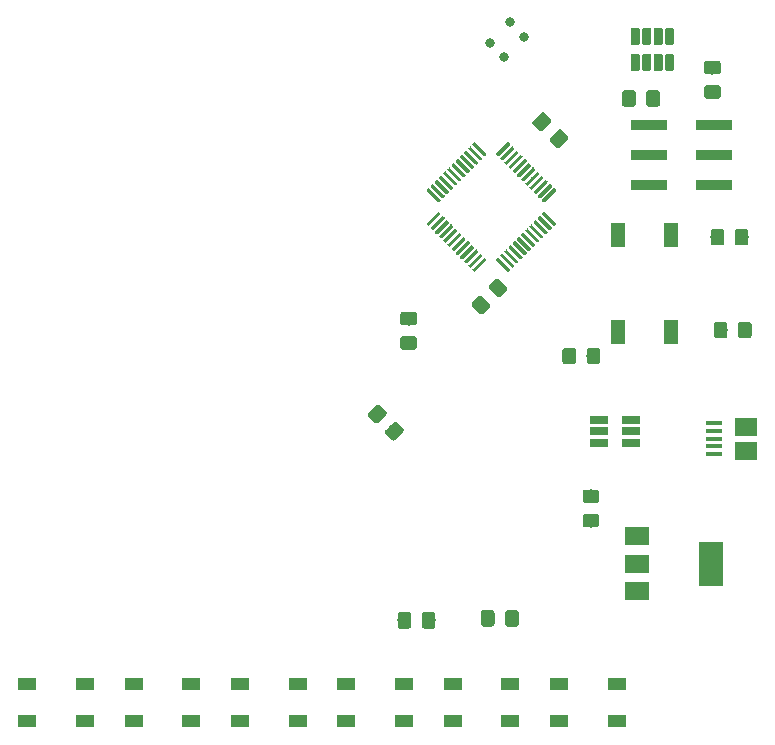
<source format=gbr>
G04 #@! TF.GenerationSoftware,KiCad,Pcbnew,(5.1.4)-1*
G04 #@! TF.CreationDate,2020-03-13T16:18:46-07:00*
G04 #@! TF.ProjectId,stm32F042cXt6_demo,73746d33-3246-4303-9432-635874365f64,rev?*
G04 #@! TF.SameCoordinates,Original*
G04 #@! TF.FileFunction,Paste,Top*
G04 #@! TF.FilePolarity,Positive*
%FSLAX46Y46*%
G04 Gerber Fmt 4.6, Leading zero omitted, Abs format (unit mm)*
G04 Created by KiCad (PCBNEW (5.1.4)-1) date 2020-03-13 16:18:46*
%MOMM*%
%LPD*%
G04 APERTURE LIST*
%ADD10C,0.100000*%
%ADD11C,1.150000*%
%ADD12R,1.500000X1.000000*%
%ADD13C,0.300000*%
%ADD14R,1.300000X2.000000*%
%ADD15R,2.000000X1.500000*%
%ADD16R,2.000000X3.800000*%
%ADD17R,1.900000X1.500000*%
%ADD18R,1.350000X0.400000*%
%ADD19R,1.560000X0.650000*%
%ADD20C,0.800000*%
%ADD21C,0.750000*%
%ADD22R,3.022600X0.965200*%
G04 APERTURE END LIST*
D10*
G36*
X77049505Y-87801204D02*
G01*
X77073773Y-87804804D01*
X77097572Y-87810765D01*
X77120671Y-87819030D01*
X77142850Y-87829520D01*
X77163893Y-87842132D01*
X77183599Y-87856747D01*
X77201777Y-87873223D01*
X77218253Y-87891401D01*
X77232868Y-87911107D01*
X77245480Y-87932150D01*
X77255970Y-87954329D01*
X77264235Y-87977428D01*
X77270196Y-88001227D01*
X77273796Y-88025495D01*
X77275000Y-88049999D01*
X77275000Y-88950001D01*
X77273796Y-88974505D01*
X77270196Y-88998773D01*
X77264235Y-89022572D01*
X77255970Y-89045671D01*
X77245480Y-89067850D01*
X77232868Y-89088893D01*
X77218253Y-89108599D01*
X77201777Y-89126777D01*
X77183599Y-89143253D01*
X77163893Y-89157868D01*
X77142850Y-89170480D01*
X77120671Y-89180970D01*
X77097572Y-89189235D01*
X77073773Y-89195196D01*
X77049505Y-89198796D01*
X77025001Y-89200000D01*
X76374999Y-89200000D01*
X76350495Y-89198796D01*
X76326227Y-89195196D01*
X76302428Y-89189235D01*
X76279329Y-89180970D01*
X76257150Y-89170480D01*
X76236107Y-89157868D01*
X76216401Y-89143253D01*
X76198223Y-89126777D01*
X76181747Y-89108599D01*
X76167132Y-89088893D01*
X76154520Y-89067850D01*
X76144030Y-89045671D01*
X76135765Y-89022572D01*
X76129804Y-88998773D01*
X76126204Y-88974505D01*
X76125000Y-88950001D01*
X76125000Y-88049999D01*
X76126204Y-88025495D01*
X76129804Y-88001227D01*
X76135765Y-87977428D01*
X76144030Y-87954329D01*
X76154520Y-87932150D01*
X76167132Y-87911107D01*
X76181747Y-87891401D01*
X76198223Y-87873223D01*
X76216401Y-87856747D01*
X76236107Y-87842132D01*
X76257150Y-87829520D01*
X76279329Y-87819030D01*
X76302428Y-87810765D01*
X76326227Y-87804804D01*
X76350495Y-87801204D01*
X76374999Y-87800000D01*
X77025001Y-87800000D01*
X77049505Y-87801204D01*
X77049505Y-87801204D01*
G37*
D11*
X76700000Y-88500000D03*
D10*
G36*
X74999505Y-87801204D02*
G01*
X75023773Y-87804804D01*
X75047572Y-87810765D01*
X75070671Y-87819030D01*
X75092850Y-87829520D01*
X75113893Y-87842132D01*
X75133599Y-87856747D01*
X75151777Y-87873223D01*
X75168253Y-87891401D01*
X75182868Y-87911107D01*
X75195480Y-87932150D01*
X75205970Y-87954329D01*
X75214235Y-87977428D01*
X75220196Y-88001227D01*
X75223796Y-88025495D01*
X75225000Y-88049999D01*
X75225000Y-88950001D01*
X75223796Y-88974505D01*
X75220196Y-88998773D01*
X75214235Y-89022572D01*
X75205970Y-89045671D01*
X75195480Y-89067850D01*
X75182868Y-89088893D01*
X75168253Y-89108599D01*
X75151777Y-89126777D01*
X75133599Y-89143253D01*
X75113893Y-89157868D01*
X75092850Y-89170480D01*
X75070671Y-89180970D01*
X75047572Y-89189235D01*
X75023773Y-89195196D01*
X74999505Y-89198796D01*
X74975001Y-89200000D01*
X74324999Y-89200000D01*
X74300495Y-89198796D01*
X74276227Y-89195196D01*
X74252428Y-89189235D01*
X74229329Y-89180970D01*
X74207150Y-89170480D01*
X74186107Y-89157868D01*
X74166401Y-89143253D01*
X74148223Y-89126777D01*
X74131747Y-89108599D01*
X74117132Y-89088893D01*
X74104520Y-89067850D01*
X74094030Y-89045671D01*
X74085765Y-89022572D01*
X74079804Y-88998773D01*
X74076204Y-88974505D01*
X74075000Y-88950001D01*
X74075000Y-88049999D01*
X74076204Y-88025495D01*
X74079804Y-88001227D01*
X74085765Y-87977428D01*
X74094030Y-87954329D01*
X74104520Y-87932150D01*
X74117132Y-87911107D01*
X74131747Y-87891401D01*
X74148223Y-87873223D01*
X74166401Y-87856747D01*
X74186107Y-87842132D01*
X74207150Y-87829520D01*
X74229329Y-87819030D01*
X74252428Y-87810765D01*
X74276227Y-87804804D01*
X74300495Y-87801204D01*
X74324999Y-87800000D01*
X74975001Y-87800000D01*
X74999505Y-87801204D01*
X74999505Y-87801204D01*
G37*
D11*
X74650000Y-88500000D03*
D10*
G36*
X81061332Y-61002980D02*
G01*
X81085600Y-61006580D01*
X81109399Y-61012541D01*
X81132498Y-61020806D01*
X81154677Y-61031296D01*
X81175720Y-61043908D01*
X81195426Y-61058523D01*
X81213604Y-61074999D01*
X81850001Y-61711396D01*
X81866477Y-61729574D01*
X81881092Y-61749280D01*
X81893704Y-61770323D01*
X81904194Y-61792502D01*
X81912459Y-61815601D01*
X81918420Y-61839400D01*
X81922020Y-61863668D01*
X81923224Y-61888172D01*
X81922020Y-61912676D01*
X81918420Y-61936944D01*
X81912459Y-61960743D01*
X81904194Y-61983842D01*
X81893704Y-62006021D01*
X81881092Y-62027064D01*
X81866477Y-62046770D01*
X81850001Y-62064948D01*
X81390380Y-62524569D01*
X81372202Y-62541045D01*
X81352496Y-62555660D01*
X81331453Y-62568272D01*
X81309274Y-62578762D01*
X81286175Y-62587027D01*
X81262376Y-62592988D01*
X81238108Y-62596588D01*
X81213604Y-62597792D01*
X81189100Y-62596588D01*
X81164832Y-62592988D01*
X81141033Y-62587027D01*
X81117934Y-62578762D01*
X81095755Y-62568272D01*
X81074712Y-62555660D01*
X81055006Y-62541045D01*
X81036828Y-62524569D01*
X80400431Y-61888172D01*
X80383955Y-61869994D01*
X80369340Y-61850288D01*
X80356728Y-61829245D01*
X80346238Y-61807066D01*
X80337973Y-61783967D01*
X80332012Y-61760168D01*
X80328412Y-61735900D01*
X80327208Y-61711396D01*
X80328412Y-61686892D01*
X80332012Y-61662624D01*
X80337973Y-61638825D01*
X80346238Y-61615726D01*
X80356728Y-61593547D01*
X80369340Y-61572504D01*
X80383955Y-61552798D01*
X80400431Y-61534620D01*
X80860052Y-61074999D01*
X80878230Y-61058523D01*
X80897936Y-61043908D01*
X80918979Y-61031296D01*
X80941158Y-61020806D01*
X80964257Y-61012541D01*
X80988056Y-61006580D01*
X81012324Y-61002980D01*
X81036828Y-61001776D01*
X81061332Y-61002980D01*
X81061332Y-61002980D01*
G37*
D11*
X81125216Y-61799784D03*
D10*
G36*
X82510900Y-59553412D02*
G01*
X82535168Y-59557012D01*
X82558967Y-59562973D01*
X82582066Y-59571238D01*
X82604245Y-59581728D01*
X82625288Y-59594340D01*
X82644994Y-59608955D01*
X82663172Y-59625431D01*
X83299569Y-60261828D01*
X83316045Y-60280006D01*
X83330660Y-60299712D01*
X83343272Y-60320755D01*
X83353762Y-60342934D01*
X83362027Y-60366033D01*
X83367988Y-60389832D01*
X83371588Y-60414100D01*
X83372792Y-60438604D01*
X83371588Y-60463108D01*
X83367988Y-60487376D01*
X83362027Y-60511175D01*
X83353762Y-60534274D01*
X83343272Y-60556453D01*
X83330660Y-60577496D01*
X83316045Y-60597202D01*
X83299569Y-60615380D01*
X82839948Y-61075001D01*
X82821770Y-61091477D01*
X82802064Y-61106092D01*
X82781021Y-61118704D01*
X82758842Y-61129194D01*
X82735743Y-61137459D01*
X82711944Y-61143420D01*
X82687676Y-61147020D01*
X82663172Y-61148224D01*
X82638668Y-61147020D01*
X82614400Y-61143420D01*
X82590601Y-61137459D01*
X82567502Y-61129194D01*
X82545323Y-61118704D01*
X82524280Y-61106092D01*
X82504574Y-61091477D01*
X82486396Y-61075001D01*
X81849999Y-60438604D01*
X81833523Y-60420426D01*
X81818908Y-60400720D01*
X81806296Y-60379677D01*
X81795806Y-60357498D01*
X81787541Y-60334399D01*
X81781580Y-60310600D01*
X81777980Y-60286332D01*
X81776776Y-60261828D01*
X81777980Y-60237324D01*
X81781580Y-60213056D01*
X81787541Y-60189257D01*
X81795806Y-60166158D01*
X81806296Y-60143979D01*
X81818908Y-60122936D01*
X81833523Y-60103230D01*
X81849999Y-60085052D01*
X82309620Y-59625431D01*
X82327798Y-59608955D01*
X82347504Y-59594340D01*
X82368547Y-59581728D01*
X82390726Y-59571238D01*
X82413825Y-59562973D01*
X82437624Y-59557012D01*
X82461892Y-59553412D01*
X82486396Y-59552208D01*
X82510900Y-59553412D01*
X82510900Y-59553412D01*
G37*
D11*
X82574784Y-60350216D03*
D10*
G36*
X87837676Y-46927980D02*
G01*
X87861944Y-46931580D01*
X87885743Y-46937541D01*
X87908842Y-46945806D01*
X87931021Y-46956296D01*
X87952064Y-46968908D01*
X87971770Y-46983523D01*
X87989948Y-46999999D01*
X88449569Y-47459620D01*
X88466045Y-47477798D01*
X88480660Y-47497504D01*
X88493272Y-47518547D01*
X88503762Y-47540726D01*
X88512027Y-47563825D01*
X88517988Y-47587624D01*
X88521588Y-47611892D01*
X88522792Y-47636396D01*
X88521588Y-47660900D01*
X88517988Y-47685168D01*
X88512027Y-47708967D01*
X88503762Y-47732066D01*
X88493272Y-47754245D01*
X88480660Y-47775288D01*
X88466045Y-47794994D01*
X88449569Y-47813172D01*
X87813172Y-48449569D01*
X87794994Y-48466045D01*
X87775288Y-48480660D01*
X87754245Y-48493272D01*
X87732066Y-48503762D01*
X87708967Y-48512027D01*
X87685168Y-48517988D01*
X87660900Y-48521588D01*
X87636396Y-48522792D01*
X87611892Y-48521588D01*
X87587624Y-48517988D01*
X87563825Y-48512027D01*
X87540726Y-48503762D01*
X87518547Y-48493272D01*
X87497504Y-48480660D01*
X87477798Y-48466045D01*
X87459620Y-48449569D01*
X86999999Y-47989948D01*
X86983523Y-47971770D01*
X86968908Y-47952064D01*
X86956296Y-47931021D01*
X86945806Y-47908842D01*
X86937541Y-47885743D01*
X86931580Y-47861944D01*
X86927980Y-47837676D01*
X86926776Y-47813172D01*
X86927980Y-47788668D01*
X86931580Y-47764400D01*
X86937541Y-47740601D01*
X86945806Y-47717502D01*
X86956296Y-47695323D01*
X86968908Y-47674280D01*
X86983523Y-47654574D01*
X86999999Y-47636396D01*
X87636396Y-46999999D01*
X87654574Y-46983523D01*
X87674280Y-46968908D01*
X87695323Y-46956296D01*
X87717502Y-46945806D01*
X87740601Y-46937541D01*
X87764400Y-46931580D01*
X87788668Y-46927980D01*
X87813172Y-46926776D01*
X87837676Y-46927980D01*
X87837676Y-46927980D01*
G37*
D11*
X87724784Y-47724784D03*
D10*
G36*
X86388108Y-45478412D02*
G01*
X86412376Y-45482012D01*
X86436175Y-45487973D01*
X86459274Y-45496238D01*
X86481453Y-45506728D01*
X86502496Y-45519340D01*
X86522202Y-45533955D01*
X86540380Y-45550431D01*
X87000001Y-46010052D01*
X87016477Y-46028230D01*
X87031092Y-46047936D01*
X87043704Y-46068979D01*
X87054194Y-46091158D01*
X87062459Y-46114257D01*
X87068420Y-46138056D01*
X87072020Y-46162324D01*
X87073224Y-46186828D01*
X87072020Y-46211332D01*
X87068420Y-46235600D01*
X87062459Y-46259399D01*
X87054194Y-46282498D01*
X87043704Y-46304677D01*
X87031092Y-46325720D01*
X87016477Y-46345426D01*
X87000001Y-46363604D01*
X86363604Y-47000001D01*
X86345426Y-47016477D01*
X86325720Y-47031092D01*
X86304677Y-47043704D01*
X86282498Y-47054194D01*
X86259399Y-47062459D01*
X86235600Y-47068420D01*
X86211332Y-47072020D01*
X86186828Y-47073224D01*
X86162324Y-47072020D01*
X86138056Y-47068420D01*
X86114257Y-47062459D01*
X86091158Y-47054194D01*
X86068979Y-47043704D01*
X86047936Y-47031092D01*
X86028230Y-47016477D01*
X86010052Y-47000001D01*
X85550431Y-46540380D01*
X85533955Y-46522202D01*
X85519340Y-46502496D01*
X85506728Y-46481453D01*
X85496238Y-46459274D01*
X85487973Y-46436175D01*
X85482012Y-46412376D01*
X85478412Y-46388108D01*
X85477208Y-46363604D01*
X85478412Y-46339100D01*
X85482012Y-46314832D01*
X85487973Y-46291033D01*
X85496238Y-46267934D01*
X85506728Y-46245755D01*
X85519340Y-46224712D01*
X85533955Y-46205006D01*
X85550431Y-46186828D01*
X86186828Y-45550431D01*
X86205006Y-45533955D01*
X86224712Y-45519340D01*
X86245755Y-45506728D01*
X86267934Y-45496238D01*
X86291033Y-45487973D01*
X86314832Y-45482012D01*
X86339100Y-45478412D01*
X86363604Y-45477208D01*
X86388108Y-45478412D01*
X86388108Y-45478412D01*
G37*
D11*
X86275216Y-46275216D03*
D10*
G36*
X90899505Y-77426204D02*
G01*
X90923773Y-77429804D01*
X90947572Y-77435765D01*
X90970671Y-77444030D01*
X90992850Y-77454520D01*
X91013893Y-77467132D01*
X91033599Y-77481747D01*
X91051777Y-77498223D01*
X91068253Y-77516401D01*
X91082868Y-77536107D01*
X91095480Y-77557150D01*
X91105970Y-77579329D01*
X91114235Y-77602428D01*
X91120196Y-77626227D01*
X91123796Y-77650495D01*
X91125000Y-77674999D01*
X91125000Y-78325001D01*
X91123796Y-78349505D01*
X91120196Y-78373773D01*
X91114235Y-78397572D01*
X91105970Y-78420671D01*
X91095480Y-78442850D01*
X91082868Y-78463893D01*
X91068253Y-78483599D01*
X91051777Y-78501777D01*
X91033599Y-78518253D01*
X91013893Y-78532868D01*
X90992850Y-78545480D01*
X90970671Y-78555970D01*
X90947572Y-78564235D01*
X90923773Y-78570196D01*
X90899505Y-78573796D01*
X90875001Y-78575000D01*
X89974999Y-78575000D01*
X89950495Y-78573796D01*
X89926227Y-78570196D01*
X89902428Y-78564235D01*
X89879329Y-78555970D01*
X89857150Y-78545480D01*
X89836107Y-78532868D01*
X89816401Y-78518253D01*
X89798223Y-78501777D01*
X89781747Y-78483599D01*
X89767132Y-78463893D01*
X89754520Y-78442850D01*
X89744030Y-78420671D01*
X89735765Y-78397572D01*
X89729804Y-78373773D01*
X89726204Y-78349505D01*
X89725000Y-78325001D01*
X89725000Y-77674999D01*
X89726204Y-77650495D01*
X89729804Y-77626227D01*
X89735765Y-77602428D01*
X89744030Y-77579329D01*
X89754520Y-77557150D01*
X89767132Y-77536107D01*
X89781747Y-77516401D01*
X89798223Y-77498223D01*
X89816401Y-77481747D01*
X89836107Y-77467132D01*
X89857150Y-77454520D01*
X89879329Y-77444030D01*
X89902428Y-77435765D01*
X89926227Y-77429804D01*
X89950495Y-77426204D01*
X89974999Y-77425000D01*
X90875001Y-77425000D01*
X90899505Y-77426204D01*
X90899505Y-77426204D01*
G37*
D11*
X90425000Y-78000000D03*
D10*
G36*
X90899505Y-79476204D02*
G01*
X90923773Y-79479804D01*
X90947572Y-79485765D01*
X90970671Y-79494030D01*
X90992850Y-79504520D01*
X91013893Y-79517132D01*
X91033599Y-79531747D01*
X91051777Y-79548223D01*
X91068253Y-79566401D01*
X91082868Y-79586107D01*
X91095480Y-79607150D01*
X91105970Y-79629329D01*
X91114235Y-79652428D01*
X91120196Y-79676227D01*
X91123796Y-79700495D01*
X91125000Y-79724999D01*
X91125000Y-80375001D01*
X91123796Y-80399505D01*
X91120196Y-80423773D01*
X91114235Y-80447572D01*
X91105970Y-80470671D01*
X91095480Y-80492850D01*
X91082868Y-80513893D01*
X91068253Y-80533599D01*
X91051777Y-80551777D01*
X91033599Y-80568253D01*
X91013893Y-80582868D01*
X90992850Y-80595480D01*
X90970671Y-80605970D01*
X90947572Y-80614235D01*
X90923773Y-80620196D01*
X90899505Y-80623796D01*
X90875001Y-80625000D01*
X89974999Y-80625000D01*
X89950495Y-80623796D01*
X89926227Y-80620196D01*
X89902428Y-80614235D01*
X89879329Y-80605970D01*
X89857150Y-80595480D01*
X89836107Y-80582868D01*
X89816401Y-80568253D01*
X89798223Y-80551777D01*
X89781747Y-80533599D01*
X89767132Y-80513893D01*
X89754520Y-80492850D01*
X89744030Y-80470671D01*
X89735765Y-80447572D01*
X89729804Y-80423773D01*
X89726204Y-80399505D01*
X89725000Y-80375001D01*
X89725000Y-79724999D01*
X89726204Y-79700495D01*
X89729804Y-79676227D01*
X89735765Y-79652428D01*
X89744030Y-79629329D01*
X89754520Y-79607150D01*
X89767132Y-79586107D01*
X89781747Y-79566401D01*
X89798223Y-79548223D01*
X89816401Y-79531747D01*
X89836107Y-79517132D01*
X89857150Y-79504520D01*
X89879329Y-79494030D01*
X89902428Y-79485765D01*
X89926227Y-79479804D01*
X89950495Y-79476204D01*
X89974999Y-79475000D01*
X90875001Y-79475000D01*
X90899505Y-79476204D01*
X90899505Y-79476204D01*
G37*
D11*
X90425000Y-80050000D03*
D12*
X47620000Y-97050000D03*
X47620000Y-93850000D03*
X42720000Y-97050000D03*
X42720000Y-93850000D03*
X56620000Y-97050000D03*
X56620000Y-93850000D03*
X51720000Y-97050000D03*
X51720000Y-93850000D03*
X65620000Y-97050000D03*
X65620000Y-93850000D03*
X60720000Y-97050000D03*
X60720000Y-93850000D03*
X74620000Y-97050000D03*
X74620000Y-93850000D03*
X69720000Y-97050000D03*
X69720000Y-93850000D03*
X83620000Y-97050000D03*
X83620000Y-93850000D03*
X78720000Y-97050000D03*
X78720000Y-93850000D03*
X92620000Y-97050000D03*
X92620000Y-93850000D03*
X87720000Y-97050000D03*
X87720000Y-93850000D03*
D10*
G36*
X88949505Y-65426204D02*
G01*
X88973773Y-65429804D01*
X88997572Y-65435765D01*
X89020671Y-65444030D01*
X89042850Y-65454520D01*
X89063893Y-65467132D01*
X89083599Y-65481747D01*
X89101777Y-65498223D01*
X89118253Y-65516401D01*
X89132868Y-65536107D01*
X89145480Y-65557150D01*
X89155970Y-65579329D01*
X89164235Y-65602428D01*
X89170196Y-65626227D01*
X89173796Y-65650495D01*
X89175000Y-65674999D01*
X89175000Y-66575001D01*
X89173796Y-66599505D01*
X89170196Y-66623773D01*
X89164235Y-66647572D01*
X89155970Y-66670671D01*
X89145480Y-66692850D01*
X89132868Y-66713893D01*
X89118253Y-66733599D01*
X89101777Y-66751777D01*
X89083599Y-66768253D01*
X89063893Y-66782868D01*
X89042850Y-66795480D01*
X89020671Y-66805970D01*
X88997572Y-66814235D01*
X88973773Y-66820196D01*
X88949505Y-66823796D01*
X88925001Y-66825000D01*
X88274999Y-66825000D01*
X88250495Y-66823796D01*
X88226227Y-66820196D01*
X88202428Y-66814235D01*
X88179329Y-66805970D01*
X88157150Y-66795480D01*
X88136107Y-66782868D01*
X88116401Y-66768253D01*
X88098223Y-66751777D01*
X88081747Y-66733599D01*
X88067132Y-66713893D01*
X88054520Y-66692850D01*
X88044030Y-66670671D01*
X88035765Y-66647572D01*
X88029804Y-66623773D01*
X88026204Y-66599505D01*
X88025000Y-66575001D01*
X88025000Y-65674999D01*
X88026204Y-65650495D01*
X88029804Y-65626227D01*
X88035765Y-65602428D01*
X88044030Y-65579329D01*
X88054520Y-65557150D01*
X88067132Y-65536107D01*
X88081747Y-65516401D01*
X88098223Y-65498223D01*
X88116401Y-65481747D01*
X88136107Y-65467132D01*
X88157150Y-65454520D01*
X88179329Y-65444030D01*
X88202428Y-65435765D01*
X88226227Y-65429804D01*
X88250495Y-65426204D01*
X88274999Y-65425000D01*
X88925001Y-65425000D01*
X88949505Y-65426204D01*
X88949505Y-65426204D01*
G37*
D11*
X88600000Y-66125000D03*
D10*
G36*
X90999505Y-65426204D02*
G01*
X91023773Y-65429804D01*
X91047572Y-65435765D01*
X91070671Y-65444030D01*
X91092850Y-65454520D01*
X91113893Y-65467132D01*
X91133599Y-65481747D01*
X91151777Y-65498223D01*
X91168253Y-65516401D01*
X91182868Y-65536107D01*
X91195480Y-65557150D01*
X91205970Y-65579329D01*
X91214235Y-65602428D01*
X91220196Y-65626227D01*
X91223796Y-65650495D01*
X91225000Y-65674999D01*
X91225000Y-66575001D01*
X91223796Y-66599505D01*
X91220196Y-66623773D01*
X91214235Y-66647572D01*
X91205970Y-66670671D01*
X91195480Y-66692850D01*
X91182868Y-66713893D01*
X91168253Y-66733599D01*
X91151777Y-66751777D01*
X91133599Y-66768253D01*
X91113893Y-66782868D01*
X91092850Y-66795480D01*
X91070671Y-66805970D01*
X91047572Y-66814235D01*
X91023773Y-66820196D01*
X90999505Y-66823796D01*
X90975001Y-66825000D01*
X90324999Y-66825000D01*
X90300495Y-66823796D01*
X90276227Y-66820196D01*
X90252428Y-66814235D01*
X90229329Y-66805970D01*
X90207150Y-66795480D01*
X90186107Y-66782868D01*
X90166401Y-66768253D01*
X90148223Y-66751777D01*
X90131747Y-66733599D01*
X90117132Y-66713893D01*
X90104520Y-66692850D01*
X90094030Y-66670671D01*
X90085765Y-66647572D01*
X90079804Y-66623773D01*
X90076204Y-66599505D01*
X90075000Y-66575001D01*
X90075000Y-65674999D01*
X90076204Y-65650495D01*
X90079804Y-65626227D01*
X90085765Y-65602428D01*
X90094030Y-65579329D01*
X90104520Y-65557150D01*
X90117132Y-65536107D01*
X90131747Y-65516401D01*
X90148223Y-65498223D01*
X90166401Y-65481747D01*
X90186107Y-65467132D01*
X90207150Y-65454520D01*
X90229329Y-65444030D01*
X90252428Y-65435765D01*
X90276227Y-65429804D01*
X90300495Y-65426204D01*
X90324999Y-65425000D01*
X90975001Y-65425000D01*
X90999505Y-65426204D01*
X90999505Y-65426204D01*
G37*
D11*
X90650000Y-66125000D03*
D10*
G36*
X75474505Y-64426204D02*
G01*
X75498773Y-64429804D01*
X75522572Y-64435765D01*
X75545671Y-64444030D01*
X75567850Y-64454520D01*
X75588893Y-64467132D01*
X75608599Y-64481747D01*
X75626777Y-64498223D01*
X75643253Y-64516401D01*
X75657868Y-64536107D01*
X75670480Y-64557150D01*
X75680970Y-64579329D01*
X75689235Y-64602428D01*
X75695196Y-64626227D01*
X75698796Y-64650495D01*
X75700000Y-64674999D01*
X75700000Y-65325001D01*
X75698796Y-65349505D01*
X75695196Y-65373773D01*
X75689235Y-65397572D01*
X75680970Y-65420671D01*
X75670480Y-65442850D01*
X75657868Y-65463893D01*
X75643253Y-65483599D01*
X75626777Y-65501777D01*
X75608599Y-65518253D01*
X75588893Y-65532868D01*
X75567850Y-65545480D01*
X75545671Y-65555970D01*
X75522572Y-65564235D01*
X75498773Y-65570196D01*
X75474505Y-65573796D01*
X75450001Y-65575000D01*
X74549999Y-65575000D01*
X74525495Y-65573796D01*
X74501227Y-65570196D01*
X74477428Y-65564235D01*
X74454329Y-65555970D01*
X74432150Y-65545480D01*
X74411107Y-65532868D01*
X74391401Y-65518253D01*
X74373223Y-65501777D01*
X74356747Y-65483599D01*
X74342132Y-65463893D01*
X74329520Y-65442850D01*
X74319030Y-65420671D01*
X74310765Y-65397572D01*
X74304804Y-65373773D01*
X74301204Y-65349505D01*
X74300000Y-65325001D01*
X74300000Y-64674999D01*
X74301204Y-64650495D01*
X74304804Y-64626227D01*
X74310765Y-64602428D01*
X74319030Y-64579329D01*
X74329520Y-64557150D01*
X74342132Y-64536107D01*
X74356747Y-64516401D01*
X74373223Y-64498223D01*
X74391401Y-64481747D01*
X74411107Y-64467132D01*
X74432150Y-64454520D01*
X74454329Y-64444030D01*
X74477428Y-64435765D01*
X74501227Y-64429804D01*
X74525495Y-64426204D01*
X74549999Y-64425000D01*
X75450001Y-64425000D01*
X75474505Y-64426204D01*
X75474505Y-64426204D01*
G37*
D11*
X75000000Y-65000000D03*
D10*
G36*
X75474505Y-62376204D02*
G01*
X75498773Y-62379804D01*
X75522572Y-62385765D01*
X75545671Y-62394030D01*
X75567850Y-62404520D01*
X75588893Y-62417132D01*
X75608599Y-62431747D01*
X75626777Y-62448223D01*
X75643253Y-62466401D01*
X75657868Y-62486107D01*
X75670480Y-62507150D01*
X75680970Y-62529329D01*
X75689235Y-62552428D01*
X75695196Y-62576227D01*
X75698796Y-62600495D01*
X75700000Y-62624999D01*
X75700000Y-63275001D01*
X75698796Y-63299505D01*
X75695196Y-63323773D01*
X75689235Y-63347572D01*
X75680970Y-63370671D01*
X75670480Y-63392850D01*
X75657868Y-63413893D01*
X75643253Y-63433599D01*
X75626777Y-63451777D01*
X75608599Y-63468253D01*
X75588893Y-63482868D01*
X75567850Y-63495480D01*
X75545671Y-63505970D01*
X75522572Y-63514235D01*
X75498773Y-63520196D01*
X75474505Y-63523796D01*
X75450001Y-63525000D01*
X74549999Y-63525000D01*
X74525495Y-63523796D01*
X74501227Y-63520196D01*
X74477428Y-63514235D01*
X74454329Y-63505970D01*
X74432150Y-63495480D01*
X74411107Y-63482868D01*
X74391401Y-63468253D01*
X74373223Y-63451777D01*
X74356747Y-63433599D01*
X74342132Y-63413893D01*
X74329520Y-63392850D01*
X74319030Y-63370671D01*
X74310765Y-63347572D01*
X74304804Y-63323773D01*
X74301204Y-63299505D01*
X74300000Y-63275001D01*
X74300000Y-62624999D01*
X74301204Y-62600495D01*
X74304804Y-62576227D01*
X74310765Y-62552428D01*
X74319030Y-62529329D01*
X74329520Y-62507150D01*
X74342132Y-62486107D01*
X74356747Y-62466401D01*
X74373223Y-62448223D01*
X74391401Y-62431747D01*
X74411107Y-62417132D01*
X74432150Y-62404520D01*
X74454329Y-62394030D01*
X74477428Y-62385765D01*
X74501227Y-62379804D01*
X74525495Y-62376204D01*
X74549999Y-62375000D01*
X75450001Y-62375000D01*
X75474505Y-62376204D01*
X75474505Y-62376204D01*
G37*
D11*
X75000000Y-62950000D03*
D10*
G36*
X73912676Y-71677980D02*
G01*
X73936944Y-71681580D01*
X73960743Y-71687541D01*
X73983842Y-71695806D01*
X74006021Y-71706296D01*
X74027064Y-71718908D01*
X74046770Y-71733523D01*
X74064948Y-71749999D01*
X74524569Y-72209620D01*
X74541045Y-72227798D01*
X74555660Y-72247504D01*
X74568272Y-72268547D01*
X74578762Y-72290726D01*
X74587027Y-72313825D01*
X74592988Y-72337624D01*
X74596588Y-72361892D01*
X74597792Y-72386396D01*
X74596588Y-72410900D01*
X74592988Y-72435168D01*
X74587027Y-72458967D01*
X74578762Y-72482066D01*
X74568272Y-72504245D01*
X74555660Y-72525288D01*
X74541045Y-72544994D01*
X74524569Y-72563172D01*
X73888172Y-73199569D01*
X73869994Y-73216045D01*
X73850288Y-73230660D01*
X73829245Y-73243272D01*
X73807066Y-73253762D01*
X73783967Y-73262027D01*
X73760168Y-73267988D01*
X73735900Y-73271588D01*
X73711396Y-73272792D01*
X73686892Y-73271588D01*
X73662624Y-73267988D01*
X73638825Y-73262027D01*
X73615726Y-73253762D01*
X73593547Y-73243272D01*
X73572504Y-73230660D01*
X73552798Y-73216045D01*
X73534620Y-73199569D01*
X73074999Y-72739948D01*
X73058523Y-72721770D01*
X73043908Y-72702064D01*
X73031296Y-72681021D01*
X73020806Y-72658842D01*
X73012541Y-72635743D01*
X73006580Y-72611944D01*
X73002980Y-72587676D01*
X73001776Y-72563172D01*
X73002980Y-72538668D01*
X73006580Y-72514400D01*
X73012541Y-72490601D01*
X73020806Y-72467502D01*
X73031296Y-72445323D01*
X73043908Y-72424280D01*
X73058523Y-72404574D01*
X73074999Y-72386396D01*
X73711396Y-71749999D01*
X73729574Y-71733523D01*
X73749280Y-71718908D01*
X73770323Y-71706296D01*
X73792502Y-71695806D01*
X73815601Y-71687541D01*
X73839400Y-71681580D01*
X73863668Y-71677980D01*
X73888172Y-71676776D01*
X73912676Y-71677980D01*
X73912676Y-71677980D01*
G37*
D11*
X73799784Y-72474784D03*
D10*
G36*
X72463108Y-70228412D02*
G01*
X72487376Y-70232012D01*
X72511175Y-70237973D01*
X72534274Y-70246238D01*
X72556453Y-70256728D01*
X72577496Y-70269340D01*
X72597202Y-70283955D01*
X72615380Y-70300431D01*
X73075001Y-70760052D01*
X73091477Y-70778230D01*
X73106092Y-70797936D01*
X73118704Y-70818979D01*
X73129194Y-70841158D01*
X73137459Y-70864257D01*
X73143420Y-70888056D01*
X73147020Y-70912324D01*
X73148224Y-70936828D01*
X73147020Y-70961332D01*
X73143420Y-70985600D01*
X73137459Y-71009399D01*
X73129194Y-71032498D01*
X73118704Y-71054677D01*
X73106092Y-71075720D01*
X73091477Y-71095426D01*
X73075001Y-71113604D01*
X72438604Y-71750001D01*
X72420426Y-71766477D01*
X72400720Y-71781092D01*
X72379677Y-71793704D01*
X72357498Y-71804194D01*
X72334399Y-71812459D01*
X72310600Y-71818420D01*
X72286332Y-71822020D01*
X72261828Y-71823224D01*
X72237324Y-71822020D01*
X72213056Y-71818420D01*
X72189257Y-71812459D01*
X72166158Y-71804194D01*
X72143979Y-71793704D01*
X72122936Y-71781092D01*
X72103230Y-71766477D01*
X72085052Y-71750001D01*
X71625431Y-71290380D01*
X71608955Y-71272202D01*
X71594340Y-71252496D01*
X71581728Y-71231453D01*
X71571238Y-71209274D01*
X71562973Y-71186175D01*
X71557012Y-71162376D01*
X71553412Y-71138108D01*
X71552208Y-71113604D01*
X71553412Y-71089100D01*
X71557012Y-71064832D01*
X71562973Y-71041033D01*
X71571238Y-71017934D01*
X71581728Y-70995755D01*
X71594340Y-70974712D01*
X71608955Y-70955006D01*
X71625431Y-70936828D01*
X72261828Y-70300431D01*
X72280006Y-70283955D01*
X72299712Y-70269340D01*
X72320755Y-70256728D01*
X72342934Y-70246238D01*
X72366033Y-70237973D01*
X72389832Y-70232012D01*
X72414100Y-70228412D01*
X72438604Y-70227208D01*
X72463108Y-70228412D01*
X72463108Y-70228412D01*
G37*
D11*
X72350216Y-71025216D03*
D10*
G36*
X86479802Y-53902658D02*
G01*
X86487083Y-53903738D01*
X86494222Y-53905526D01*
X86501152Y-53908006D01*
X86507806Y-53911153D01*
X86514119Y-53914937D01*
X86520030Y-53919321D01*
X86525484Y-53924264D01*
X87462400Y-54861180D01*
X87467343Y-54866634D01*
X87471727Y-54872545D01*
X87475511Y-54878858D01*
X87478658Y-54885512D01*
X87481138Y-54892442D01*
X87482926Y-54899581D01*
X87484006Y-54906862D01*
X87484367Y-54914213D01*
X87484006Y-54921564D01*
X87482926Y-54928845D01*
X87481138Y-54935984D01*
X87478658Y-54942914D01*
X87475511Y-54949568D01*
X87471727Y-54955881D01*
X87467343Y-54961792D01*
X87462400Y-54967246D01*
X87356334Y-55073312D01*
X87350880Y-55078255D01*
X87344969Y-55082639D01*
X87338656Y-55086423D01*
X87332002Y-55089570D01*
X87325072Y-55092050D01*
X87317933Y-55093838D01*
X87310652Y-55094918D01*
X87303301Y-55095279D01*
X87295950Y-55094918D01*
X87288669Y-55093838D01*
X87281530Y-55092050D01*
X87274600Y-55089570D01*
X87267946Y-55086423D01*
X87261633Y-55082639D01*
X87255722Y-55078255D01*
X87250268Y-55073312D01*
X86313352Y-54136396D01*
X86308409Y-54130942D01*
X86304025Y-54125031D01*
X86300241Y-54118718D01*
X86297094Y-54112064D01*
X86294614Y-54105134D01*
X86292826Y-54097995D01*
X86291746Y-54090714D01*
X86291385Y-54083363D01*
X86291746Y-54076012D01*
X86292826Y-54068731D01*
X86294614Y-54061592D01*
X86297094Y-54054662D01*
X86300241Y-54048008D01*
X86304025Y-54041695D01*
X86308409Y-54035784D01*
X86313352Y-54030330D01*
X86419418Y-53924264D01*
X86424872Y-53919321D01*
X86430783Y-53914937D01*
X86437096Y-53911153D01*
X86443750Y-53908006D01*
X86450680Y-53905526D01*
X86457819Y-53903738D01*
X86465100Y-53902658D01*
X86472451Y-53902297D01*
X86479802Y-53902658D01*
X86479802Y-53902658D01*
G37*
D13*
X86887876Y-54498788D03*
D10*
G36*
X86126248Y-54256212D02*
G01*
X86133529Y-54257292D01*
X86140668Y-54259080D01*
X86147598Y-54261560D01*
X86154252Y-54264707D01*
X86160565Y-54268491D01*
X86166476Y-54272875D01*
X86171930Y-54277818D01*
X87108846Y-55214734D01*
X87113789Y-55220188D01*
X87118173Y-55226099D01*
X87121957Y-55232412D01*
X87125104Y-55239066D01*
X87127584Y-55245996D01*
X87129372Y-55253135D01*
X87130452Y-55260416D01*
X87130813Y-55267767D01*
X87130452Y-55275118D01*
X87129372Y-55282399D01*
X87127584Y-55289538D01*
X87125104Y-55296468D01*
X87121957Y-55303122D01*
X87118173Y-55309435D01*
X87113789Y-55315346D01*
X87108846Y-55320800D01*
X87002780Y-55426866D01*
X86997326Y-55431809D01*
X86991415Y-55436193D01*
X86985102Y-55439977D01*
X86978448Y-55443124D01*
X86971518Y-55445604D01*
X86964379Y-55447392D01*
X86957098Y-55448472D01*
X86949747Y-55448833D01*
X86942396Y-55448472D01*
X86935115Y-55447392D01*
X86927976Y-55445604D01*
X86921046Y-55443124D01*
X86914392Y-55439977D01*
X86908079Y-55436193D01*
X86902168Y-55431809D01*
X86896714Y-55426866D01*
X85959798Y-54489950D01*
X85954855Y-54484496D01*
X85950471Y-54478585D01*
X85946687Y-54472272D01*
X85943540Y-54465618D01*
X85941060Y-54458688D01*
X85939272Y-54451549D01*
X85938192Y-54444268D01*
X85937831Y-54436917D01*
X85938192Y-54429566D01*
X85939272Y-54422285D01*
X85941060Y-54415146D01*
X85943540Y-54408216D01*
X85946687Y-54401562D01*
X85950471Y-54395249D01*
X85954855Y-54389338D01*
X85959798Y-54383884D01*
X86065864Y-54277818D01*
X86071318Y-54272875D01*
X86077229Y-54268491D01*
X86083542Y-54264707D01*
X86090196Y-54261560D01*
X86097126Y-54259080D01*
X86104265Y-54257292D01*
X86111546Y-54256212D01*
X86118897Y-54255851D01*
X86126248Y-54256212D01*
X86126248Y-54256212D01*
G37*
D13*
X86534322Y-54852342D03*
D10*
G36*
X85772695Y-54609765D02*
G01*
X85779976Y-54610845D01*
X85787115Y-54612633D01*
X85794045Y-54615113D01*
X85800699Y-54618260D01*
X85807012Y-54622044D01*
X85812923Y-54626428D01*
X85818377Y-54631371D01*
X86755293Y-55568287D01*
X86760236Y-55573741D01*
X86764620Y-55579652D01*
X86768404Y-55585965D01*
X86771551Y-55592619D01*
X86774031Y-55599549D01*
X86775819Y-55606688D01*
X86776899Y-55613969D01*
X86777260Y-55621320D01*
X86776899Y-55628671D01*
X86775819Y-55635952D01*
X86774031Y-55643091D01*
X86771551Y-55650021D01*
X86768404Y-55656675D01*
X86764620Y-55662988D01*
X86760236Y-55668899D01*
X86755293Y-55674353D01*
X86649227Y-55780419D01*
X86643773Y-55785362D01*
X86637862Y-55789746D01*
X86631549Y-55793530D01*
X86624895Y-55796677D01*
X86617965Y-55799157D01*
X86610826Y-55800945D01*
X86603545Y-55802025D01*
X86596194Y-55802386D01*
X86588843Y-55802025D01*
X86581562Y-55800945D01*
X86574423Y-55799157D01*
X86567493Y-55796677D01*
X86560839Y-55793530D01*
X86554526Y-55789746D01*
X86548615Y-55785362D01*
X86543161Y-55780419D01*
X85606245Y-54843503D01*
X85601302Y-54838049D01*
X85596918Y-54832138D01*
X85593134Y-54825825D01*
X85589987Y-54819171D01*
X85587507Y-54812241D01*
X85585719Y-54805102D01*
X85584639Y-54797821D01*
X85584278Y-54790470D01*
X85584639Y-54783119D01*
X85585719Y-54775838D01*
X85587507Y-54768699D01*
X85589987Y-54761769D01*
X85593134Y-54755115D01*
X85596918Y-54748802D01*
X85601302Y-54742891D01*
X85606245Y-54737437D01*
X85712311Y-54631371D01*
X85717765Y-54626428D01*
X85723676Y-54622044D01*
X85729989Y-54618260D01*
X85736643Y-54615113D01*
X85743573Y-54612633D01*
X85750712Y-54610845D01*
X85757993Y-54609765D01*
X85765344Y-54609404D01*
X85772695Y-54609765D01*
X85772695Y-54609765D01*
G37*
D13*
X86180769Y-55205895D03*
D10*
G36*
X85419141Y-54963319D02*
G01*
X85426422Y-54964399D01*
X85433561Y-54966187D01*
X85440491Y-54968667D01*
X85447145Y-54971814D01*
X85453458Y-54975598D01*
X85459369Y-54979982D01*
X85464823Y-54984925D01*
X86401739Y-55921841D01*
X86406682Y-55927295D01*
X86411066Y-55933206D01*
X86414850Y-55939519D01*
X86417997Y-55946173D01*
X86420477Y-55953103D01*
X86422265Y-55960242D01*
X86423345Y-55967523D01*
X86423706Y-55974874D01*
X86423345Y-55982225D01*
X86422265Y-55989506D01*
X86420477Y-55996645D01*
X86417997Y-56003575D01*
X86414850Y-56010229D01*
X86411066Y-56016542D01*
X86406682Y-56022453D01*
X86401739Y-56027907D01*
X86295673Y-56133973D01*
X86290219Y-56138916D01*
X86284308Y-56143300D01*
X86277995Y-56147084D01*
X86271341Y-56150231D01*
X86264411Y-56152711D01*
X86257272Y-56154499D01*
X86249991Y-56155579D01*
X86242640Y-56155940D01*
X86235289Y-56155579D01*
X86228008Y-56154499D01*
X86220869Y-56152711D01*
X86213939Y-56150231D01*
X86207285Y-56147084D01*
X86200972Y-56143300D01*
X86195061Y-56138916D01*
X86189607Y-56133973D01*
X85252691Y-55197057D01*
X85247748Y-55191603D01*
X85243364Y-55185692D01*
X85239580Y-55179379D01*
X85236433Y-55172725D01*
X85233953Y-55165795D01*
X85232165Y-55158656D01*
X85231085Y-55151375D01*
X85230724Y-55144024D01*
X85231085Y-55136673D01*
X85232165Y-55129392D01*
X85233953Y-55122253D01*
X85236433Y-55115323D01*
X85239580Y-55108669D01*
X85243364Y-55102356D01*
X85247748Y-55096445D01*
X85252691Y-55090991D01*
X85358757Y-54984925D01*
X85364211Y-54979982D01*
X85370122Y-54975598D01*
X85376435Y-54971814D01*
X85383089Y-54968667D01*
X85390019Y-54966187D01*
X85397158Y-54964399D01*
X85404439Y-54963319D01*
X85411790Y-54962958D01*
X85419141Y-54963319D01*
X85419141Y-54963319D01*
G37*
D13*
X85827215Y-55559449D03*
D10*
G36*
X85065588Y-55316872D02*
G01*
X85072869Y-55317952D01*
X85080008Y-55319740D01*
X85086938Y-55322220D01*
X85093592Y-55325367D01*
X85099905Y-55329151D01*
X85105816Y-55333535D01*
X85111270Y-55338478D01*
X86048186Y-56275394D01*
X86053129Y-56280848D01*
X86057513Y-56286759D01*
X86061297Y-56293072D01*
X86064444Y-56299726D01*
X86066924Y-56306656D01*
X86068712Y-56313795D01*
X86069792Y-56321076D01*
X86070153Y-56328427D01*
X86069792Y-56335778D01*
X86068712Y-56343059D01*
X86066924Y-56350198D01*
X86064444Y-56357128D01*
X86061297Y-56363782D01*
X86057513Y-56370095D01*
X86053129Y-56376006D01*
X86048186Y-56381460D01*
X85942120Y-56487526D01*
X85936666Y-56492469D01*
X85930755Y-56496853D01*
X85924442Y-56500637D01*
X85917788Y-56503784D01*
X85910858Y-56506264D01*
X85903719Y-56508052D01*
X85896438Y-56509132D01*
X85889087Y-56509493D01*
X85881736Y-56509132D01*
X85874455Y-56508052D01*
X85867316Y-56506264D01*
X85860386Y-56503784D01*
X85853732Y-56500637D01*
X85847419Y-56496853D01*
X85841508Y-56492469D01*
X85836054Y-56487526D01*
X84899138Y-55550610D01*
X84894195Y-55545156D01*
X84889811Y-55539245D01*
X84886027Y-55532932D01*
X84882880Y-55526278D01*
X84880400Y-55519348D01*
X84878612Y-55512209D01*
X84877532Y-55504928D01*
X84877171Y-55497577D01*
X84877532Y-55490226D01*
X84878612Y-55482945D01*
X84880400Y-55475806D01*
X84882880Y-55468876D01*
X84886027Y-55462222D01*
X84889811Y-55455909D01*
X84894195Y-55449998D01*
X84899138Y-55444544D01*
X85005204Y-55338478D01*
X85010658Y-55333535D01*
X85016569Y-55329151D01*
X85022882Y-55325367D01*
X85029536Y-55322220D01*
X85036466Y-55319740D01*
X85043605Y-55317952D01*
X85050886Y-55316872D01*
X85058237Y-55316511D01*
X85065588Y-55316872D01*
X85065588Y-55316872D01*
G37*
D13*
X85473662Y-55913002D03*
D10*
G36*
X84712035Y-55670425D02*
G01*
X84719316Y-55671505D01*
X84726455Y-55673293D01*
X84733385Y-55675773D01*
X84740039Y-55678920D01*
X84746352Y-55682704D01*
X84752263Y-55687088D01*
X84757717Y-55692031D01*
X85694633Y-56628947D01*
X85699576Y-56634401D01*
X85703960Y-56640312D01*
X85707744Y-56646625D01*
X85710891Y-56653279D01*
X85713371Y-56660209D01*
X85715159Y-56667348D01*
X85716239Y-56674629D01*
X85716600Y-56681980D01*
X85716239Y-56689331D01*
X85715159Y-56696612D01*
X85713371Y-56703751D01*
X85710891Y-56710681D01*
X85707744Y-56717335D01*
X85703960Y-56723648D01*
X85699576Y-56729559D01*
X85694633Y-56735013D01*
X85588567Y-56841079D01*
X85583113Y-56846022D01*
X85577202Y-56850406D01*
X85570889Y-56854190D01*
X85564235Y-56857337D01*
X85557305Y-56859817D01*
X85550166Y-56861605D01*
X85542885Y-56862685D01*
X85535534Y-56863046D01*
X85528183Y-56862685D01*
X85520902Y-56861605D01*
X85513763Y-56859817D01*
X85506833Y-56857337D01*
X85500179Y-56854190D01*
X85493866Y-56850406D01*
X85487955Y-56846022D01*
X85482501Y-56841079D01*
X84545585Y-55904163D01*
X84540642Y-55898709D01*
X84536258Y-55892798D01*
X84532474Y-55886485D01*
X84529327Y-55879831D01*
X84526847Y-55872901D01*
X84525059Y-55865762D01*
X84523979Y-55858481D01*
X84523618Y-55851130D01*
X84523979Y-55843779D01*
X84525059Y-55836498D01*
X84526847Y-55829359D01*
X84529327Y-55822429D01*
X84532474Y-55815775D01*
X84536258Y-55809462D01*
X84540642Y-55803551D01*
X84545585Y-55798097D01*
X84651651Y-55692031D01*
X84657105Y-55687088D01*
X84663016Y-55682704D01*
X84669329Y-55678920D01*
X84675983Y-55675773D01*
X84682913Y-55673293D01*
X84690052Y-55671505D01*
X84697333Y-55670425D01*
X84704684Y-55670064D01*
X84712035Y-55670425D01*
X84712035Y-55670425D01*
G37*
D13*
X85120109Y-56266555D03*
D10*
G36*
X84358481Y-56023979D02*
G01*
X84365762Y-56025059D01*
X84372901Y-56026847D01*
X84379831Y-56029327D01*
X84386485Y-56032474D01*
X84392798Y-56036258D01*
X84398709Y-56040642D01*
X84404163Y-56045585D01*
X85341079Y-56982501D01*
X85346022Y-56987955D01*
X85350406Y-56993866D01*
X85354190Y-57000179D01*
X85357337Y-57006833D01*
X85359817Y-57013763D01*
X85361605Y-57020902D01*
X85362685Y-57028183D01*
X85363046Y-57035534D01*
X85362685Y-57042885D01*
X85361605Y-57050166D01*
X85359817Y-57057305D01*
X85357337Y-57064235D01*
X85354190Y-57070889D01*
X85350406Y-57077202D01*
X85346022Y-57083113D01*
X85341079Y-57088567D01*
X85235013Y-57194633D01*
X85229559Y-57199576D01*
X85223648Y-57203960D01*
X85217335Y-57207744D01*
X85210681Y-57210891D01*
X85203751Y-57213371D01*
X85196612Y-57215159D01*
X85189331Y-57216239D01*
X85181980Y-57216600D01*
X85174629Y-57216239D01*
X85167348Y-57215159D01*
X85160209Y-57213371D01*
X85153279Y-57210891D01*
X85146625Y-57207744D01*
X85140312Y-57203960D01*
X85134401Y-57199576D01*
X85128947Y-57194633D01*
X84192031Y-56257717D01*
X84187088Y-56252263D01*
X84182704Y-56246352D01*
X84178920Y-56240039D01*
X84175773Y-56233385D01*
X84173293Y-56226455D01*
X84171505Y-56219316D01*
X84170425Y-56212035D01*
X84170064Y-56204684D01*
X84170425Y-56197333D01*
X84171505Y-56190052D01*
X84173293Y-56182913D01*
X84175773Y-56175983D01*
X84178920Y-56169329D01*
X84182704Y-56163016D01*
X84187088Y-56157105D01*
X84192031Y-56151651D01*
X84298097Y-56045585D01*
X84303551Y-56040642D01*
X84309462Y-56036258D01*
X84315775Y-56032474D01*
X84322429Y-56029327D01*
X84329359Y-56026847D01*
X84336498Y-56025059D01*
X84343779Y-56023979D01*
X84351130Y-56023618D01*
X84358481Y-56023979D01*
X84358481Y-56023979D01*
G37*
D13*
X84766555Y-56620109D03*
D10*
G36*
X84004928Y-56377532D02*
G01*
X84012209Y-56378612D01*
X84019348Y-56380400D01*
X84026278Y-56382880D01*
X84032932Y-56386027D01*
X84039245Y-56389811D01*
X84045156Y-56394195D01*
X84050610Y-56399138D01*
X84987526Y-57336054D01*
X84992469Y-57341508D01*
X84996853Y-57347419D01*
X85000637Y-57353732D01*
X85003784Y-57360386D01*
X85006264Y-57367316D01*
X85008052Y-57374455D01*
X85009132Y-57381736D01*
X85009493Y-57389087D01*
X85009132Y-57396438D01*
X85008052Y-57403719D01*
X85006264Y-57410858D01*
X85003784Y-57417788D01*
X85000637Y-57424442D01*
X84996853Y-57430755D01*
X84992469Y-57436666D01*
X84987526Y-57442120D01*
X84881460Y-57548186D01*
X84876006Y-57553129D01*
X84870095Y-57557513D01*
X84863782Y-57561297D01*
X84857128Y-57564444D01*
X84850198Y-57566924D01*
X84843059Y-57568712D01*
X84835778Y-57569792D01*
X84828427Y-57570153D01*
X84821076Y-57569792D01*
X84813795Y-57568712D01*
X84806656Y-57566924D01*
X84799726Y-57564444D01*
X84793072Y-57561297D01*
X84786759Y-57557513D01*
X84780848Y-57553129D01*
X84775394Y-57548186D01*
X83838478Y-56611270D01*
X83833535Y-56605816D01*
X83829151Y-56599905D01*
X83825367Y-56593592D01*
X83822220Y-56586938D01*
X83819740Y-56580008D01*
X83817952Y-56572869D01*
X83816872Y-56565588D01*
X83816511Y-56558237D01*
X83816872Y-56550886D01*
X83817952Y-56543605D01*
X83819740Y-56536466D01*
X83822220Y-56529536D01*
X83825367Y-56522882D01*
X83829151Y-56516569D01*
X83833535Y-56510658D01*
X83838478Y-56505204D01*
X83944544Y-56399138D01*
X83949998Y-56394195D01*
X83955909Y-56389811D01*
X83962222Y-56386027D01*
X83968876Y-56382880D01*
X83975806Y-56380400D01*
X83982945Y-56378612D01*
X83990226Y-56377532D01*
X83997577Y-56377171D01*
X84004928Y-56377532D01*
X84004928Y-56377532D01*
G37*
D13*
X84413002Y-56973662D03*
D10*
G36*
X83651375Y-56731085D02*
G01*
X83658656Y-56732165D01*
X83665795Y-56733953D01*
X83672725Y-56736433D01*
X83679379Y-56739580D01*
X83685692Y-56743364D01*
X83691603Y-56747748D01*
X83697057Y-56752691D01*
X84633973Y-57689607D01*
X84638916Y-57695061D01*
X84643300Y-57700972D01*
X84647084Y-57707285D01*
X84650231Y-57713939D01*
X84652711Y-57720869D01*
X84654499Y-57728008D01*
X84655579Y-57735289D01*
X84655940Y-57742640D01*
X84655579Y-57749991D01*
X84654499Y-57757272D01*
X84652711Y-57764411D01*
X84650231Y-57771341D01*
X84647084Y-57777995D01*
X84643300Y-57784308D01*
X84638916Y-57790219D01*
X84633973Y-57795673D01*
X84527907Y-57901739D01*
X84522453Y-57906682D01*
X84516542Y-57911066D01*
X84510229Y-57914850D01*
X84503575Y-57917997D01*
X84496645Y-57920477D01*
X84489506Y-57922265D01*
X84482225Y-57923345D01*
X84474874Y-57923706D01*
X84467523Y-57923345D01*
X84460242Y-57922265D01*
X84453103Y-57920477D01*
X84446173Y-57917997D01*
X84439519Y-57914850D01*
X84433206Y-57911066D01*
X84427295Y-57906682D01*
X84421841Y-57901739D01*
X83484925Y-56964823D01*
X83479982Y-56959369D01*
X83475598Y-56953458D01*
X83471814Y-56947145D01*
X83468667Y-56940491D01*
X83466187Y-56933561D01*
X83464399Y-56926422D01*
X83463319Y-56919141D01*
X83462958Y-56911790D01*
X83463319Y-56904439D01*
X83464399Y-56897158D01*
X83466187Y-56890019D01*
X83468667Y-56883089D01*
X83471814Y-56876435D01*
X83475598Y-56870122D01*
X83479982Y-56864211D01*
X83484925Y-56858757D01*
X83590991Y-56752691D01*
X83596445Y-56747748D01*
X83602356Y-56743364D01*
X83608669Y-56739580D01*
X83615323Y-56736433D01*
X83622253Y-56733953D01*
X83629392Y-56732165D01*
X83636673Y-56731085D01*
X83644024Y-56730724D01*
X83651375Y-56731085D01*
X83651375Y-56731085D01*
G37*
D13*
X84059449Y-57327215D03*
D10*
G36*
X83297821Y-57084639D02*
G01*
X83305102Y-57085719D01*
X83312241Y-57087507D01*
X83319171Y-57089987D01*
X83325825Y-57093134D01*
X83332138Y-57096918D01*
X83338049Y-57101302D01*
X83343503Y-57106245D01*
X84280419Y-58043161D01*
X84285362Y-58048615D01*
X84289746Y-58054526D01*
X84293530Y-58060839D01*
X84296677Y-58067493D01*
X84299157Y-58074423D01*
X84300945Y-58081562D01*
X84302025Y-58088843D01*
X84302386Y-58096194D01*
X84302025Y-58103545D01*
X84300945Y-58110826D01*
X84299157Y-58117965D01*
X84296677Y-58124895D01*
X84293530Y-58131549D01*
X84289746Y-58137862D01*
X84285362Y-58143773D01*
X84280419Y-58149227D01*
X84174353Y-58255293D01*
X84168899Y-58260236D01*
X84162988Y-58264620D01*
X84156675Y-58268404D01*
X84150021Y-58271551D01*
X84143091Y-58274031D01*
X84135952Y-58275819D01*
X84128671Y-58276899D01*
X84121320Y-58277260D01*
X84113969Y-58276899D01*
X84106688Y-58275819D01*
X84099549Y-58274031D01*
X84092619Y-58271551D01*
X84085965Y-58268404D01*
X84079652Y-58264620D01*
X84073741Y-58260236D01*
X84068287Y-58255293D01*
X83131371Y-57318377D01*
X83126428Y-57312923D01*
X83122044Y-57307012D01*
X83118260Y-57300699D01*
X83115113Y-57294045D01*
X83112633Y-57287115D01*
X83110845Y-57279976D01*
X83109765Y-57272695D01*
X83109404Y-57265344D01*
X83109765Y-57257993D01*
X83110845Y-57250712D01*
X83112633Y-57243573D01*
X83115113Y-57236643D01*
X83118260Y-57229989D01*
X83122044Y-57223676D01*
X83126428Y-57217765D01*
X83131371Y-57212311D01*
X83237437Y-57106245D01*
X83242891Y-57101302D01*
X83248802Y-57096918D01*
X83255115Y-57093134D01*
X83261769Y-57089987D01*
X83268699Y-57087507D01*
X83275838Y-57085719D01*
X83283119Y-57084639D01*
X83290470Y-57084278D01*
X83297821Y-57084639D01*
X83297821Y-57084639D01*
G37*
D13*
X83705895Y-57680769D03*
D10*
G36*
X82944268Y-57438192D02*
G01*
X82951549Y-57439272D01*
X82958688Y-57441060D01*
X82965618Y-57443540D01*
X82972272Y-57446687D01*
X82978585Y-57450471D01*
X82984496Y-57454855D01*
X82989950Y-57459798D01*
X83926866Y-58396714D01*
X83931809Y-58402168D01*
X83936193Y-58408079D01*
X83939977Y-58414392D01*
X83943124Y-58421046D01*
X83945604Y-58427976D01*
X83947392Y-58435115D01*
X83948472Y-58442396D01*
X83948833Y-58449747D01*
X83948472Y-58457098D01*
X83947392Y-58464379D01*
X83945604Y-58471518D01*
X83943124Y-58478448D01*
X83939977Y-58485102D01*
X83936193Y-58491415D01*
X83931809Y-58497326D01*
X83926866Y-58502780D01*
X83820800Y-58608846D01*
X83815346Y-58613789D01*
X83809435Y-58618173D01*
X83803122Y-58621957D01*
X83796468Y-58625104D01*
X83789538Y-58627584D01*
X83782399Y-58629372D01*
X83775118Y-58630452D01*
X83767767Y-58630813D01*
X83760416Y-58630452D01*
X83753135Y-58629372D01*
X83745996Y-58627584D01*
X83739066Y-58625104D01*
X83732412Y-58621957D01*
X83726099Y-58618173D01*
X83720188Y-58613789D01*
X83714734Y-58608846D01*
X82777818Y-57671930D01*
X82772875Y-57666476D01*
X82768491Y-57660565D01*
X82764707Y-57654252D01*
X82761560Y-57647598D01*
X82759080Y-57640668D01*
X82757292Y-57633529D01*
X82756212Y-57626248D01*
X82755851Y-57618897D01*
X82756212Y-57611546D01*
X82757292Y-57604265D01*
X82759080Y-57597126D01*
X82761560Y-57590196D01*
X82764707Y-57583542D01*
X82768491Y-57577229D01*
X82772875Y-57571318D01*
X82777818Y-57565864D01*
X82883884Y-57459798D01*
X82889338Y-57454855D01*
X82895249Y-57450471D01*
X82901562Y-57446687D01*
X82908216Y-57443540D01*
X82915146Y-57441060D01*
X82922285Y-57439272D01*
X82929566Y-57438192D01*
X82936917Y-57437831D01*
X82944268Y-57438192D01*
X82944268Y-57438192D01*
G37*
D13*
X83352342Y-58034322D03*
D10*
G36*
X82590714Y-57791746D02*
G01*
X82597995Y-57792826D01*
X82605134Y-57794614D01*
X82612064Y-57797094D01*
X82618718Y-57800241D01*
X82625031Y-57804025D01*
X82630942Y-57808409D01*
X82636396Y-57813352D01*
X83573312Y-58750268D01*
X83578255Y-58755722D01*
X83582639Y-58761633D01*
X83586423Y-58767946D01*
X83589570Y-58774600D01*
X83592050Y-58781530D01*
X83593838Y-58788669D01*
X83594918Y-58795950D01*
X83595279Y-58803301D01*
X83594918Y-58810652D01*
X83593838Y-58817933D01*
X83592050Y-58825072D01*
X83589570Y-58832002D01*
X83586423Y-58838656D01*
X83582639Y-58844969D01*
X83578255Y-58850880D01*
X83573312Y-58856334D01*
X83467246Y-58962400D01*
X83461792Y-58967343D01*
X83455881Y-58971727D01*
X83449568Y-58975511D01*
X83442914Y-58978658D01*
X83435984Y-58981138D01*
X83428845Y-58982926D01*
X83421564Y-58984006D01*
X83414213Y-58984367D01*
X83406862Y-58984006D01*
X83399581Y-58982926D01*
X83392442Y-58981138D01*
X83385512Y-58978658D01*
X83378858Y-58975511D01*
X83372545Y-58971727D01*
X83366634Y-58967343D01*
X83361180Y-58962400D01*
X82424264Y-58025484D01*
X82419321Y-58020030D01*
X82414937Y-58014119D01*
X82411153Y-58007806D01*
X82408006Y-58001152D01*
X82405526Y-57994222D01*
X82403738Y-57987083D01*
X82402658Y-57979802D01*
X82402297Y-57972451D01*
X82402658Y-57965100D01*
X82403738Y-57957819D01*
X82405526Y-57950680D01*
X82408006Y-57943750D01*
X82411153Y-57937096D01*
X82414937Y-57930783D01*
X82419321Y-57924872D01*
X82424264Y-57919418D01*
X82530330Y-57813352D01*
X82535784Y-57808409D01*
X82541695Y-57804025D01*
X82548008Y-57800241D01*
X82554662Y-57797094D01*
X82561592Y-57794614D01*
X82568731Y-57792826D01*
X82576012Y-57791746D01*
X82583363Y-57791385D01*
X82590714Y-57791746D01*
X82590714Y-57791746D01*
G37*
D13*
X82998788Y-58387876D03*
D10*
G36*
X81423988Y-57791746D02*
G01*
X81431269Y-57792826D01*
X81438408Y-57794614D01*
X81445338Y-57797094D01*
X81451992Y-57800241D01*
X81458305Y-57804025D01*
X81464216Y-57808409D01*
X81469670Y-57813352D01*
X81575736Y-57919418D01*
X81580679Y-57924872D01*
X81585063Y-57930783D01*
X81588847Y-57937096D01*
X81591994Y-57943750D01*
X81594474Y-57950680D01*
X81596262Y-57957819D01*
X81597342Y-57965100D01*
X81597703Y-57972451D01*
X81597342Y-57979802D01*
X81596262Y-57987083D01*
X81594474Y-57994222D01*
X81591994Y-58001152D01*
X81588847Y-58007806D01*
X81585063Y-58014119D01*
X81580679Y-58020030D01*
X81575736Y-58025484D01*
X80638820Y-58962400D01*
X80633366Y-58967343D01*
X80627455Y-58971727D01*
X80621142Y-58975511D01*
X80614488Y-58978658D01*
X80607558Y-58981138D01*
X80600419Y-58982926D01*
X80593138Y-58984006D01*
X80585787Y-58984367D01*
X80578436Y-58984006D01*
X80571155Y-58982926D01*
X80564016Y-58981138D01*
X80557086Y-58978658D01*
X80550432Y-58975511D01*
X80544119Y-58971727D01*
X80538208Y-58967343D01*
X80532754Y-58962400D01*
X80426688Y-58856334D01*
X80421745Y-58850880D01*
X80417361Y-58844969D01*
X80413577Y-58838656D01*
X80410430Y-58832002D01*
X80407950Y-58825072D01*
X80406162Y-58817933D01*
X80405082Y-58810652D01*
X80404721Y-58803301D01*
X80405082Y-58795950D01*
X80406162Y-58788669D01*
X80407950Y-58781530D01*
X80410430Y-58774600D01*
X80413577Y-58767946D01*
X80417361Y-58761633D01*
X80421745Y-58755722D01*
X80426688Y-58750268D01*
X81363604Y-57813352D01*
X81369058Y-57808409D01*
X81374969Y-57804025D01*
X81381282Y-57800241D01*
X81387936Y-57797094D01*
X81394866Y-57794614D01*
X81402005Y-57792826D01*
X81409286Y-57791746D01*
X81416637Y-57791385D01*
X81423988Y-57791746D01*
X81423988Y-57791746D01*
G37*
D13*
X81001212Y-58387876D03*
D10*
G36*
X81070434Y-57438192D02*
G01*
X81077715Y-57439272D01*
X81084854Y-57441060D01*
X81091784Y-57443540D01*
X81098438Y-57446687D01*
X81104751Y-57450471D01*
X81110662Y-57454855D01*
X81116116Y-57459798D01*
X81222182Y-57565864D01*
X81227125Y-57571318D01*
X81231509Y-57577229D01*
X81235293Y-57583542D01*
X81238440Y-57590196D01*
X81240920Y-57597126D01*
X81242708Y-57604265D01*
X81243788Y-57611546D01*
X81244149Y-57618897D01*
X81243788Y-57626248D01*
X81242708Y-57633529D01*
X81240920Y-57640668D01*
X81238440Y-57647598D01*
X81235293Y-57654252D01*
X81231509Y-57660565D01*
X81227125Y-57666476D01*
X81222182Y-57671930D01*
X80285266Y-58608846D01*
X80279812Y-58613789D01*
X80273901Y-58618173D01*
X80267588Y-58621957D01*
X80260934Y-58625104D01*
X80254004Y-58627584D01*
X80246865Y-58629372D01*
X80239584Y-58630452D01*
X80232233Y-58630813D01*
X80224882Y-58630452D01*
X80217601Y-58629372D01*
X80210462Y-58627584D01*
X80203532Y-58625104D01*
X80196878Y-58621957D01*
X80190565Y-58618173D01*
X80184654Y-58613789D01*
X80179200Y-58608846D01*
X80073134Y-58502780D01*
X80068191Y-58497326D01*
X80063807Y-58491415D01*
X80060023Y-58485102D01*
X80056876Y-58478448D01*
X80054396Y-58471518D01*
X80052608Y-58464379D01*
X80051528Y-58457098D01*
X80051167Y-58449747D01*
X80051528Y-58442396D01*
X80052608Y-58435115D01*
X80054396Y-58427976D01*
X80056876Y-58421046D01*
X80060023Y-58414392D01*
X80063807Y-58408079D01*
X80068191Y-58402168D01*
X80073134Y-58396714D01*
X81010050Y-57459798D01*
X81015504Y-57454855D01*
X81021415Y-57450471D01*
X81027728Y-57446687D01*
X81034382Y-57443540D01*
X81041312Y-57441060D01*
X81048451Y-57439272D01*
X81055732Y-57438192D01*
X81063083Y-57437831D01*
X81070434Y-57438192D01*
X81070434Y-57438192D01*
G37*
D13*
X80647658Y-58034322D03*
D10*
G36*
X80716881Y-57084639D02*
G01*
X80724162Y-57085719D01*
X80731301Y-57087507D01*
X80738231Y-57089987D01*
X80744885Y-57093134D01*
X80751198Y-57096918D01*
X80757109Y-57101302D01*
X80762563Y-57106245D01*
X80868629Y-57212311D01*
X80873572Y-57217765D01*
X80877956Y-57223676D01*
X80881740Y-57229989D01*
X80884887Y-57236643D01*
X80887367Y-57243573D01*
X80889155Y-57250712D01*
X80890235Y-57257993D01*
X80890596Y-57265344D01*
X80890235Y-57272695D01*
X80889155Y-57279976D01*
X80887367Y-57287115D01*
X80884887Y-57294045D01*
X80881740Y-57300699D01*
X80877956Y-57307012D01*
X80873572Y-57312923D01*
X80868629Y-57318377D01*
X79931713Y-58255293D01*
X79926259Y-58260236D01*
X79920348Y-58264620D01*
X79914035Y-58268404D01*
X79907381Y-58271551D01*
X79900451Y-58274031D01*
X79893312Y-58275819D01*
X79886031Y-58276899D01*
X79878680Y-58277260D01*
X79871329Y-58276899D01*
X79864048Y-58275819D01*
X79856909Y-58274031D01*
X79849979Y-58271551D01*
X79843325Y-58268404D01*
X79837012Y-58264620D01*
X79831101Y-58260236D01*
X79825647Y-58255293D01*
X79719581Y-58149227D01*
X79714638Y-58143773D01*
X79710254Y-58137862D01*
X79706470Y-58131549D01*
X79703323Y-58124895D01*
X79700843Y-58117965D01*
X79699055Y-58110826D01*
X79697975Y-58103545D01*
X79697614Y-58096194D01*
X79697975Y-58088843D01*
X79699055Y-58081562D01*
X79700843Y-58074423D01*
X79703323Y-58067493D01*
X79706470Y-58060839D01*
X79710254Y-58054526D01*
X79714638Y-58048615D01*
X79719581Y-58043161D01*
X80656497Y-57106245D01*
X80661951Y-57101302D01*
X80667862Y-57096918D01*
X80674175Y-57093134D01*
X80680829Y-57089987D01*
X80687759Y-57087507D01*
X80694898Y-57085719D01*
X80702179Y-57084639D01*
X80709530Y-57084278D01*
X80716881Y-57084639D01*
X80716881Y-57084639D01*
G37*
D13*
X80294105Y-57680769D03*
D10*
G36*
X80363327Y-56731085D02*
G01*
X80370608Y-56732165D01*
X80377747Y-56733953D01*
X80384677Y-56736433D01*
X80391331Y-56739580D01*
X80397644Y-56743364D01*
X80403555Y-56747748D01*
X80409009Y-56752691D01*
X80515075Y-56858757D01*
X80520018Y-56864211D01*
X80524402Y-56870122D01*
X80528186Y-56876435D01*
X80531333Y-56883089D01*
X80533813Y-56890019D01*
X80535601Y-56897158D01*
X80536681Y-56904439D01*
X80537042Y-56911790D01*
X80536681Y-56919141D01*
X80535601Y-56926422D01*
X80533813Y-56933561D01*
X80531333Y-56940491D01*
X80528186Y-56947145D01*
X80524402Y-56953458D01*
X80520018Y-56959369D01*
X80515075Y-56964823D01*
X79578159Y-57901739D01*
X79572705Y-57906682D01*
X79566794Y-57911066D01*
X79560481Y-57914850D01*
X79553827Y-57917997D01*
X79546897Y-57920477D01*
X79539758Y-57922265D01*
X79532477Y-57923345D01*
X79525126Y-57923706D01*
X79517775Y-57923345D01*
X79510494Y-57922265D01*
X79503355Y-57920477D01*
X79496425Y-57917997D01*
X79489771Y-57914850D01*
X79483458Y-57911066D01*
X79477547Y-57906682D01*
X79472093Y-57901739D01*
X79366027Y-57795673D01*
X79361084Y-57790219D01*
X79356700Y-57784308D01*
X79352916Y-57777995D01*
X79349769Y-57771341D01*
X79347289Y-57764411D01*
X79345501Y-57757272D01*
X79344421Y-57749991D01*
X79344060Y-57742640D01*
X79344421Y-57735289D01*
X79345501Y-57728008D01*
X79347289Y-57720869D01*
X79349769Y-57713939D01*
X79352916Y-57707285D01*
X79356700Y-57700972D01*
X79361084Y-57695061D01*
X79366027Y-57689607D01*
X80302943Y-56752691D01*
X80308397Y-56747748D01*
X80314308Y-56743364D01*
X80320621Y-56739580D01*
X80327275Y-56736433D01*
X80334205Y-56733953D01*
X80341344Y-56732165D01*
X80348625Y-56731085D01*
X80355976Y-56730724D01*
X80363327Y-56731085D01*
X80363327Y-56731085D01*
G37*
D13*
X79940551Y-57327215D03*
D10*
G36*
X80009774Y-56377532D02*
G01*
X80017055Y-56378612D01*
X80024194Y-56380400D01*
X80031124Y-56382880D01*
X80037778Y-56386027D01*
X80044091Y-56389811D01*
X80050002Y-56394195D01*
X80055456Y-56399138D01*
X80161522Y-56505204D01*
X80166465Y-56510658D01*
X80170849Y-56516569D01*
X80174633Y-56522882D01*
X80177780Y-56529536D01*
X80180260Y-56536466D01*
X80182048Y-56543605D01*
X80183128Y-56550886D01*
X80183489Y-56558237D01*
X80183128Y-56565588D01*
X80182048Y-56572869D01*
X80180260Y-56580008D01*
X80177780Y-56586938D01*
X80174633Y-56593592D01*
X80170849Y-56599905D01*
X80166465Y-56605816D01*
X80161522Y-56611270D01*
X79224606Y-57548186D01*
X79219152Y-57553129D01*
X79213241Y-57557513D01*
X79206928Y-57561297D01*
X79200274Y-57564444D01*
X79193344Y-57566924D01*
X79186205Y-57568712D01*
X79178924Y-57569792D01*
X79171573Y-57570153D01*
X79164222Y-57569792D01*
X79156941Y-57568712D01*
X79149802Y-57566924D01*
X79142872Y-57564444D01*
X79136218Y-57561297D01*
X79129905Y-57557513D01*
X79123994Y-57553129D01*
X79118540Y-57548186D01*
X79012474Y-57442120D01*
X79007531Y-57436666D01*
X79003147Y-57430755D01*
X78999363Y-57424442D01*
X78996216Y-57417788D01*
X78993736Y-57410858D01*
X78991948Y-57403719D01*
X78990868Y-57396438D01*
X78990507Y-57389087D01*
X78990868Y-57381736D01*
X78991948Y-57374455D01*
X78993736Y-57367316D01*
X78996216Y-57360386D01*
X78999363Y-57353732D01*
X79003147Y-57347419D01*
X79007531Y-57341508D01*
X79012474Y-57336054D01*
X79949390Y-56399138D01*
X79954844Y-56394195D01*
X79960755Y-56389811D01*
X79967068Y-56386027D01*
X79973722Y-56382880D01*
X79980652Y-56380400D01*
X79987791Y-56378612D01*
X79995072Y-56377532D01*
X80002423Y-56377171D01*
X80009774Y-56377532D01*
X80009774Y-56377532D01*
G37*
D13*
X79586998Y-56973662D03*
D10*
G36*
X79656221Y-56023979D02*
G01*
X79663502Y-56025059D01*
X79670641Y-56026847D01*
X79677571Y-56029327D01*
X79684225Y-56032474D01*
X79690538Y-56036258D01*
X79696449Y-56040642D01*
X79701903Y-56045585D01*
X79807969Y-56151651D01*
X79812912Y-56157105D01*
X79817296Y-56163016D01*
X79821080Y-56169329D01*
X79824227Y-56175983D01*
X79826707Y-56182913D01*
X79828495Y-56190052D01*
X79829575Y-56197333D01*
X79829936Y-56204684D01*
X79829575Y-56212035D01*
X79828495Y-56219316D01*
X79826707Y-56226455D01*
X79824227Y-56233385D01*
X79821080Y-56240039D01*
X79817296Y-56246352D01*
X79812912Y-56252263D01*
X79807969Y-56257717D01*
X78871053Y-57194633D01*
X78865599Y-57199576D01*
X78859688Y-57203960D01*
X78853375Y-57207744D01*
X78846721Y-57210891D01*
X78839791Y-57213371D01*
X78832652Y-57215159D01*
X78825371Y-57216239D01*
X78818020Y-57216600D01*
X78810669Y-57216239D01*
X78803388Y-57215159D01*
X78796249Y-57213371D01*
X78789319Y-57210891D01*
X78782665Y-57207744D01*
X78776352Y-57203960D01*
X78770441Y-57199576D01*
X78764987Y-57194633D01*
X78658921Y-57088567D01*
X78653978Y-57083113D01*
X78649594Y-57077202D01*
X78645810Y-57070889D01*
X78642663Y-57064235D01*
X78640183Y-57057305D01*
X78638395Y-57050166D01*
X78637315Y-57042885D01*
X78636954Y-57035534D01*
X78637315Y-57028183D01*
X78638395Y-57020902D01*
X78640183Y-57013763D01*
X78642663Y-57006833D01*
X78645810Y-57000179D01*
X78649594Y-56993866D01*
X78653978Y-56987955D01*
X78658921Y-56982501D01*
X79595837Y-56045585D01*
X79601291Y-56040642D01*
X79607202Y-56036258D01*
X79613515Y-56032474D01*
X79620169Y-56029327D01*
X79627099Y-56026847D01*
X79634238Y-56025059D01*
X79641519Y-56023979D01*
X79648870Y-56023618D01*
X79656221Y-56023979D01*
X79656221Y-56023979D01*
G37*
D13*
X79233445Y-56620109D03*
D10*
G36*
X79302667Y-55670425D02*
G01*
X79309948Y-55671505D01*
X79317087Y-55673293D01*
X79324017Y-55675773D01*
X79330671Y-55678920D01*
X79336984Y-55682704D01*
X79342895Y-55687088D01*
X79348349Y-55692031D01*
X79454415Y-55798097D01*
X79459358Y-55803551D01*
X79463742Y-55809462D01*
X79467526Y-55815775D01*
X79470673Y-55822429D01*
X79473153Y-55829359D01*
X79474941Y-55836498D01*
X79476021Y-55843779D01*
X79476382Y-55851130D01*
X79476021Y-55858481D01*
X79474941Y-55865762D01*
X79473153Y-55872901D01*
X79470673Y-55879831D01*
X79467526Y-55886485D01*
X79463742Y-55892798D01*
X79459358Y-55898709D01*
X79454415Y-55904163D01*
X78517499Y-56841079D01*
X78512045Y-56846022D01*
X78506134Y-56850406D01*
X78499821Y-56854190D01*
X78493167Y-56857337D01*
X78486237Y-56859817D01*
X78479098Y-56861605D01*
X78471817Y-56862685D01*
X78464466Y-56863046D01*
X78457115Y-56862685D01*
X78449834Y-56861605D01*
X78442695Y-56859817D01*
X78435765Y-56857337D01*
X78429111Y-56854190D01*
X78422798Y-56850406D01*
X78416887Y-56846022D01*
X78411433Y-56841079D01*
X78305367Y-56735013D01*
X78300424Y-56729559D01*
X78296040Y-56723648D01*
X78292256Y-56717335D01*
X78289109Y-56710681D01*
X78286629Y-56703751D01*
X78284841Y-56696612D01*
X78283761Y-56689331D01*
X78283400Y-56681980D01*
X78283761Y-56674629D01*
X78284841Y-56667348D01*
X78286629Y-56660209D01*
X78289109Y-56653279D01*
X78292256Y-56646625D01*
X78296040Y-56640312D01*
X78300424Y-56634401D01*
X78305367Y-56628947D01*
X79242283Y-55692031D01*
X79247737Y-55687088D01*
X79253648Y-55682704D01*
X79259961Y-55678920D01*
X79266615Y-55675773D01*
X79273545Y-55673293D01*
X79280684Y-55671505D01*
X79287965Y-55670425D01*
X79295316Y-55670064D01*
X79302667Y-55670425D01*
X79302667Y-55670425D01*
G37*
D13*
X78879891Y-56266555D03*
D10*
G36*
X78949114Y-55316872D02*
G01*
X78956395Y-55317952D01*
X78963534Y-55319740D01*
X78970464Y-55322220D01*
X78977118Y-55325367D01*
X78983431Y-55329151D01*
X78989342Y-55333535D01*
X78994796Y-55338478D01*
X79100862Y-55444544D01*
X79105805Y-55449998D01*
X79110189Y-55455909D01*
X79113973Y-55462222D01*
X79117120Y-55468876D01*
X79119600Y-55475806D01*
X79121388Y-55482945D01*
X79122468Y-55490226D01*
X79122829Y-55497577D01*
X79122468Y-55504928D01*
X79121388Y-55512209D01*
X79119600Y-55519348D01*
X79117120Y-55526278D01*
X79113973Y-55532932D01*
X79110189Y-55539245D01*
X79105805Y-55545156D01*
X79100862Y-55550610D01*
X78163946Y-56487526D01*
X78158492Y-56492469D01*
X78152581Y-56496853D01*
X78146268Y-56500637D01*
X78139614Y-56503784D01*
X78132684Y-56506264D01*
X78125545Y-56508052D01*
X78118264Y-56509132D01*
X78110913Y-56509493D01*
X78103562Y-56509132D01*
X78096281Y-56508052D01*
X78089142Y-56506264D01*
X78082212Y-56503784D01*
X78075558Y-56500637D01*
X78069245Y-56496853D01*
X78063334Y-56492469D01*
X78057880Y-56487526D01*
X77951814Y-56381460D01*
X77946871Y-56376006D01*
X77942487Y-56370095D01*
X77938703Y-56363782D01*
X77935556Y-56357128D01*
X77933076Y-56350198D01*
X77931288Y-56343059D01*
X77930208Y-56335778D01*
X77929847Y-56328427D01*
X77930208Y-56321076D01*
X77931288Y-56313795D01*
X77933076Y-56306656D01*
X77935556Y-56299726D01*
X77938703Y-56293072D01*
X77942487Y-56286759D01*
X77946871Y-56280848D01*
X77951814Y-56275394D01*
X78888730Y-55338478D01*
X78894184Y-55333535D01*
X78900095Y-55329151D01*
X78906408Y-55325367D01*
X78913062Y-55322220D01*
X78919992Y-55319740D01*
X78927131Y-55317952D01*
X78934412Y-55316872D01*
X78941763Y-55316511D01*
X78949114Y-55316872D01*
X78949114Y-55316872D01*
G37*
D13*
X78526338Y-55913002D03*
D10*
G36*
X78595561Y-54963319D02*
G01*
X78602842Y-54964399D01*
X78609981Y-54966187D01*
X78616911Y-54968667D01*
X78623565Y-54971814D01*
X78629878Y-54975598D01*
X78635789Y-54979982D01*
X78641243Y-54984925D01*
X78747309Y-55090991D01*
X78752252Y-55096445D01*
X78756636Y-55102356D01*
X78760420Y-55108669D01*
X78763567Y-55115323D01*
X78766047Y-55122253D01*
X78767835Y-55129392D01*
X78768915Y-55136673D01*
X78769276Y-55144024D01*
X78768915Y-55151375D01*
X78767835Y-55158656D01*
X78766047Y-55165795D01*
X78763567Y-55172725D01*
X78760420Y-55179379D01*
X78756636Y-55185692D01*
X78752252Y-55191603D01*
X78747309Y-55197057D01*
X77810393Y-56133973D01*
X77804939Y-56138916D01*
X77799028Y-56143300D01*
X77792715Y-56147084D01*
X77786061Y-56150231D01*
X77779131Y-56152711D01*
X77771992Y-56154499D01*
X77764711Y-56155579D01*
X77757360Y-56155940D01*
X77750009Y-56155579D01*
X77742728Y-56154499D01*
X77735589Y-56152711D01*
X77728659Y-56150231D01*
X77722005Y-56147084D01*
X77715692Y-56143300D01*
X77709781Y-56138916D01*
X77704327Y-56133973D01*
X77598261Y-56027907D01*
X77593318Y-56022453D01*
X77588934Y-56016542D01*
X77585150Y-56010229D01*
X77582003Y-56003575D01*
X77579523Y-55996645D01*
X77577735Y-55989506D01*
X77576655Y-55982225D01*
X77576294Y-55974874D01*
X77576655Y-55967523D01*
X77577735Y-55960242D01*
X77579523Y-55953103D01*
X77582003Y-55946173D01*
X77585150Y-55939519D01*
X77588934Y-55933206D01*
X77593318Y-55927295D01*
X77598261Y-55921841D01*
X78535177Y-54984925D01*
X78540631Y-54979982D01*
X78546542Y-54975598D01*
X78552855Y-54971814D01*
X78559509Y-54968667D01*
X78566439Y-54966187D01*
X78573578Y-54964399D01*
X78580859Y-54963319D01*
X78588210Y-54962958D01*
X78595561Y-54963319D01*
X78595561Y-54963319D01*
G37*
D13*
X78172785Y-55559449D03*
D10*
G36*
X78242007Y-54609765D02*
G01*
X78249288Y-54610845D01*
X78256427Y-54612633D01*
X78263357Y-54615113D01*
X78270011Y-54618260D01*
X78276324Y-54622044D01*
X78282235Y-54626428D01*
X78287689Y-54631371D01*
X78393755Y-54737437D01*
X78398698Y-54742891D01*
X78403082Y-54748802D01*
X78406866Y-54755115D01*
X78410013Y-54761769D01*
X78412493Y-54768699D01*
X78414281Y-54775838D01*
X78415361Y-54783119D01*
X78415722Y-54790470D01*
X78415361Y-54797821D01*
X78414281Y-54805102D01*
X78412493Y-54812241D01*
X78410013Y-54819171D01*
X78406866Y-54825825D01*
X78403082Y-54832138D01*
X78398698Y-54838049D01*
X78393755Y-54843503D01*
X77456839Y-55780419D01*
X77451385Y-55785362D01*
X77445474Y-55789746D01*
X77439161Y-55793530D01*
X77432507Y-55796677D01*
X77425577Y-55799157D01*
X77418438Y-55800945D01*
X77411157Y-55802025D01*
X77403806Y-55802386D01*
X77396455Y-55802025D01*
X77389174Y-55800945D01*
X77382035Y-55799157D01*
X77375105Y-55796677D01*
X77368451Y-55793530D01*
X77362138Y-55789746D01*
X77356227Y-55785362D01*
X77350773Y-55780419D01*
X77244707Y-55674353D01*
X77239764Y-55668899D01*
X77235380Y-55662988D01*
X77231596Y-55656675D01*
X77228449Y-55650021D01*
X77225969Y-55643091D01*
X77224181Y-55635952D01*
X77223101Y-55628671D01*
X77222740Y-55621320D01*
X77223101Y-55613969D01*
X77224181Y-55606688D01*
X77225969Y-55599549D01*
X77228449Y-55592619D01*
X77231596Y-55585965D01*
X77235380Y-55579652D01*
X77239764Y-55573741D01*
X77244707Y-55568287D01*
X78181623Y-54631371D01*
X78187077Y-54626428D01*
X78192988Y-54622044D01*
X78199301Y-54618260D01*
X78205955Y-54615113D01*
X78212885Y-54612633D01*
X78220024Y-54610845D01*
X78227305Y-54609765D01*
X78234656Y-54609404D01*
X78242007Y-54609765D01*
X78242007Y-54609765D01*
G37*
D13*
X77819231Y-55205895D03*
D10*
G36*
X77888454Y-54256212D02*
G01*
X77895735Y-54257292D01*
X77902874Y-54259080D01*
X77909804Y-54261560D01*
X77916458Y-54264707D01*
X77922771Y-54268491D01*
X77928682Y-54272875D01*
X77934136Y-54277818D01*
X78040202Y-54383884D01*
X78045145Y-54389338D01*
X78049529Y-54395249D01*
X78053313Y-54401562D01*
X78056460Y-54408216D01*
X78058940Y-54415146D01*
X78060728Y-54422285D01*
X78061808Y-54429566D01*
X78062169Y-54436917D01*
X78061808Y-54444268D01*
X78060728Y-54451549D01*
X78058940Y-54458688D01*
X78056460Y-54465618D01*
X78053313Y-54472272D01*
X78049529Y-54478585D01*
X78045145Y-54484496D01*
X78040202Y-54489950D01*
X77103286Y-55426866D01*
X77097832Y-55431809D01*
X77091921Y-55436193D01*
X77085608Y-55439977D01*
X77078954Y-55443124D01*
X77072024Y-55445604D01*
X77064885Y-55447392D01*
X77057604Y-55448472D01*
X77050253Y-55448833D01*
X77042902Y-55448472D01*
X77035621Y-55447392D01*
X77028482Y-55445604D01*
X77021552Y-55443124D01*
X77014898Y-55439977D01*
X77008585Y-55436193D01*
X77002674Y-55431809D01*
X76997220Y-55426866D01*
X76891154Y-55320800D01*
X76886211Y-55315346D01*
X76881827Y-55309435D01*
X76878043Y-55303122D01*
X76874896Y-55296468D01*
X76872416Y-55289538D01*
X76870628Y-55282399D01*
X76869548Y-55275118D01*
X76869187Y-55267767D01*
X76869548Y-55260416D01*
X76870628Y-55253135D01*
X76872416Y-55245996D01*
X76874896Y-55239066D01*
X76878043Y-55232412D01*
X76881827Y-55226099D01*
X76886211Y-55220188D01*
X76891154Y-55214734D01*
X77828070Y-54277818D01*
X77833524Y-54272875D01*
X77839435Y-54268491D01*
X77845748Y-54264707D01*
X77852402Y-54261560D01*
X77859332Y-54259080D01*
X77866471Y-54257292D01*
X77873752Y-54256212D01*
X77881103Y-54255851D01*
X77888454Y-54256212D01*
X77888454Y-54256212D01*
G37*
D13*
X77465678Y-54852342D03*
D10*
G36*
X77534900Y-53902658D02*
G01*
X77542181Y-53903738D01*
X77549320Y-53905526D01*
X77556250Y-53908006D01*
X77562904Y-53911153D01*
X77569217Y-53914937D01*
X77575128Y-53919321D01*
X77580582Y-53924264D01*
X77686648Y-54030330D01*
X77691591Y-54035784D01*
X77695975Y-54041695D01*
X77699759Y-54048008D01*
X77702906Y-54054662D01*
X77705386Y-54061592D01*
X77707174Y-54068731D01*
X77708254Y-54076012D01*
X77708615Y-54083363D01*
X77708254Y-54090714D01*
X77707174Y-54097995D01*
X77705386Y-54105134D01*
X77702906Y-54112064D01*
X77699759Y-54118718D01*
X77695975Y-54125031D01*
X77691591Y-54130942D01*
X77686648Y-54136396D01*
X76749732Y-55073312D01*
X76744278Y-55078255D01*
X76738367Y-55082639D01*
X76732054Y-55086423D01*
X76725400Y-55089570D01*
X76718470Y-55092050D01*
X76711331Y-55093838D01*
X76704050Y-55094918D01*
X76696699Y-55095279D01*
X76689348Y-55094918D01*
X76682067Y-55093838D01*
X76674928Y-55092050D01*
X76667998Y-55089570D01*
X76661344Y-55086423D01*
X76655031Y-55082639D01*
X76649120Y-55078255D01*
X76643666Y-55073312D01*
X76537600Y-54967246D01*
X76532657Y-54961792D01*
X76528273Y-54955881D01*
X76524489Y-54949568D01*
X76521342Y-54942914D01*
X76518862Y-54935984D01*
X76517074Y-54928845D01*
X76515994Y-54921564D01*
X76515633Y-54914213D01*
X76515994Y-54906862D01*
X76517074Y-54899581D01*
X76518862Y-54892442D01*
X76521342Y-54885512D01*
X76524489Y-54878858D01*
X76528273Y-54872545D01*
X76532657Y-54866634D01*
X76537600Y-54861180D01*
X77474516Y-53924264D01*
X77479970Y-53919321D01*
X77485881Y-53914937D01*
X77492194Y-53911153D01*
X77498848Y-53908006D01*
X77505778Y-53905526D01*
X77512917Y-53903738D01*
X77520198Y-53902658D01*
X77527549Y-53902297D01*
X77534900Y-53902658D01*
X77534900Y-53902658D01*
G37*
D13*
X77112124Y-54498788D03*
D10*
G36*
X76704050Y-51905082D02*
G01*
X76711331Y-51906162D01*
X76718470Y-51907950D01*
X76725400Y-51910430D01*
X76732054Y-51913577D01*
X76738367Y-51917361D01*
X76744278Y-51921745D01*
X76749732Y-51926688D01*
X77686648Y-52863604D01*
X77691591Y-52869058D01*
X77695975Y-52874969D01*
X77699759Y-52881282D01*
X77702906Y-52887936D01*
X77705386Y-52894866D01*
X77707174Y-52902005D01*
X77708254Y-52909286D01*
X77708615Y-52916637D01*
X77708254Y-52923988D01*
X77707174Y-52931269D01*
X77705386Y-52938408D01*
X77702906Y-52945338D01*
X77699759Y-52951992D01*
X77695975Y-52958305D01*
X77691591Y-52964216D01*
X77686648Y-52969670D01*
X77580582Y-53075736D01*
X77575128Y-53080679D01*
X77569217Y-53085063D01*
X77562904Y-53088847D01*
X77556250Y-53091994D01*
X77549320Y-53094474D01*
X77542181Y-53096262D01*
X77534900Y-53097342D01*
X77527549Y-53097703D01*
X77520198Y-53097342D01*
X77512917Y-53096262D01*
X77505778Y-53094474D01*
X77498848Y-53091994D01*
X77492194Y-53088847D01*
X77485881Y-53085063D01*
X77479970Y-53080679D01*
X77474516Y-53075736D01*
X76537600Y-52138820D01*
X76532657Y-52133366D01*
X76528273Y-52127455D01*
X76524489Y-52121142D01*
X76521342Y-52114488D01*
X76518862Y-52107558D01*
X76517074Y-52100419D01*
X76515994Y-52093138D01*
X76515633Y-52085787D01*
X76515994Y-52078436D01*
X76517074Y-52071155D01*
X76518862Y-52064016D01*
X76521342Y-52057086D01*
X76524489Y-52050432D01*
X76528273Y-52044119D01*
X76532657Y-52038208D01*
X76537600Y-52032754D01*
X76643666Y-51926688D01*
X76649120Y-51921745D01*
X76655031Y-51917361D01*
X76661344Y-51913577D01*
X76667998Y-51910430D01*
X76674928Y-51907950D01*
X76682067Y-51906162D01*
X76689348Y-51905082D01*
X76696699Y-51904721D01*
X76704050Y-51905082D01*
X76704050Y-51905082D01*
G37*
D13*
X77112124Y-52501212D03*
D10*
G36*
X77057604Y-51551528D02*
G01*
X77064885Y-51552608D01*
X77072024Y-51554396D01*
X77078954Y-51556876D01*
X77085608Y-51560023D01*
X77091921Y-51563807D01*
X77097832Y-51568191D01*
X77103286Y-51573134D01*
X78040202Y-52510050D01*
X78045145Y-52515504D01*
X78049529Y-52521415D01*
X78053313Y-52527728D01*
X78056460Y-52534382D01*
X78058940Y-52541312D01*
X78060728Y-52548451D01*
X78061808Y-52555732D01*
X78062169Y-52563083D01*
X78061808Y-52570434D01*
X78060728Y-52577715D01*
X78058940Y-52584854D01*
X78056460Y-52591784D01*
X78053313Y-52598438D01*
X78049529Y-52604751D01*
X78045145Y-52610662D01*
X78040202Y-52616116D01*
X77934136Y-52722182D01*
X77928682Y-52727125D01*
X77922771Y-52731509D01*
X77916458Y-52735293D01*
X77909804Y-52738440D01*
X77902874Y-52740920D01*
X77895735Y-52742708D01*
X77888454Y-52743788D01*
X77881103Y-52744149D01*
X77873752Y-52743788D01*
X77866471Y-52742708D01*
X77859332Y-52740920D01*
X77852402Y-52738440D01*
X77845748Y-52735293D01*
X77839435Y-52731509D01*
X77833524Y-52727125D01*
X77828070Y-52722182D01*
X76891154Y-51785266D01*
X76886211Y-51779812D01*
X76881827Y-51773901D01*
X76878043Y-51767588D01*
X76874896Y-51760934D01*
X76872416Y-51754004D01*
X76870628Y-51746865D01*
X76869548Y-51739584D01*
X76869187Y-51732233D01*
X76869548Y-51724882D01*
X76870628Y-51717601D01*
X76872416Y-51710462D01*
X76874896Y-51703532D01*
X76878043Y-51696878D01*
X76881827Y-51690565D01*
X76886211Y-51684654D01*
X76891154Y-51679200D01*
X76997220Y-51573134D01*
X77002674Y-51568191D01*
X77008585Y-51563807D01*
X77014898Y-51560023D01*
X77021552Y-51556876D01*
X77028482Y-51554396D01*
X77035621Y-51552608D01*
X77042902Y-51551528D01*
X77050253Y-51551167D01*
X77057604Y-51551528D01*
X77057604Y-51551528D01*
G37*
D13*
X77465678Y-52147658D03*
D10*
G36*
X77411157Y-51197975D02*
G01*
X77418438Y-51199055D01*
X77425577Y-51200843D01*
X77432507Y-51203323D01*
X77439161Y-51206470D01*
X77445474Y-51210254D01*
X77451385Y-51214638D01*
X77456839Y-51219581D01*
X78393755Y-52156497D01*
X78398698Y-52161951D01*
X78403082Y-52167862D01*
X78406866Y-52174175D01*
X78410013Y-52180829D01*
X78412493Y-52187759D01*
X78414281Y-52194898D01*
X78415361Y-52202179D01*
X78415722Y-52209530D01*
X78415361Y-52216881D01*
X78414281Y-52224162D01*
X78412493Y-52231301D01*
X78410013Y-52238231D01*
X78406866Y-52244885D01*
X78403082Y-52251198D01*
X78398698Y-52257109D01*
X78393755Y-52262563D01*
X78287689Y-52368629D01*
X78282235Y-52373572D01*
X78276324Y-52377956D01*
X78270011Y-52381740D01*
X78263357Y-52384887D01*
X78256427Y-52387367D01*
X78249288Y-52389155D01*
X78242007Y-52390235D01*
X78234656Y-52390596D01*
X78227305Y-52390235D01*
X78220024Y-52389155D01*
X78212885Y-52387367D01*
X78205955Y-52384887D01*
X78199301Y-52381740D01*
X78192988Y-52377956D01*
X78187077Y-52373572D01*
X78181623Y-52368629D01*
X77244707Y-51431713D01*
X77239764Y-51426259D01*
X77235380Y-51420348D01*
X77231596Y-51414035D01*
X77228449Y-51407381D01*
X77225969Y-51400451D01*
X77224181Y-51393312D01*
X77223101Y-51386031D01*
X77222740Y-51378680D01*
X77223101Y-51371329D01*
X77224181Y-51364048D01*
X77225969Y-51356909D01*
X77228449Y-51349979D01*
X77231596Y-51343325D01*
X77235380Y-51337012D01*
X77239764Y-51331101D01*
X77244707Y-51325647D01*
X77350773Y-51219581D01*
X77356227Y-51214638D01*
X77362138Y-51210254D01*
X77368451Y-51206470D01*
X77375105Y-51203323D01*
X77382035Y-51200843D01*
X77389174Y-51199055D01*
X77396455Y-51197975D01*
X77403806Y-51197614D01*
X77411157Y-51197975D01*
X77411157Y-51197975D01*
G37*
D13*
X77819231Y-51794105D03*
D10*
G36*
X77764711Y-50844421D02*
G01*
X77771992Y-50845501D01*
X77779131Y-50847289D01*
X77786061Y-50849769D01*
X77792715Y-50852916D01*
X77799028Y-50856700D01*
X77804939Y-50861084D01*
X77810393Y-50866027D01*
X78747309Y-51802943D01*
X78752252Y-51808397D01*
X78756636Y-51814308D01*
X78760420Y-51820621D01*
X78763567Y-51827275D01*
X78766047Y-51834205D01*
X78767835Y-51841344D01*
X78768915Y-51848625D01*
X78769276Y-51855976D01*
X78768915Y-51863327D01*
X78767835Y-51870608D01*
X78766047Y-51877747D01*
X78763567Y-51884677D01*
X78760420Y-51891331D01*
X78756636Y-51897644D01*
X78752252Y-51903555D01*
X78747309Y-51909009D01*
X78641243Y-52015075D01*
X78635789Y-52020018D01*
X78629878Y-52024402D01*
X78623565Y-52028186D01*
X78616911Y-52031333D01*
X78609981Y-52033813D01*
X78602842Y-52035601D01*
X78595561Y-52036681D01*
X78588210Y-52037042D01*
X78580859Y-52036681D01*
X78573578Y-52035601D01*
X78566439Y-52033813D01*
X78559509Y-52031333D01*
X78552855Y-52028186D01*
X78546542Y-52024402D01*
X78540631Y-52020018D01*
X78535177Y-52015075D01*
X77598261Y-51078159D01*
X77593318Y-51072705D01*
X77588934Y-51066794D01*
X77585150Y-51060481D01*
X77582003Y-51053827D01*
X77579523Y-51046897D01*
X77577735Y-51039758D01*
X77576655Y-51032477D01*
X77576294Y-51025126D01*
X77576655Y-51017775D01*
X77577735Y-51010494D01*
X77579523Y-51003355D01*
X77582003Y-50996425D01*
X77585150Y-50989771D01*
X77588934Y-50983458D01*
X77593318Y-50977547D01*
X77598261Y-50972093D01*
X77704327Y-50866027D01*
X77709781Y-50861084D01*
X77715692Y-50856700D01*
X77722005Y-50852916D01*
X77728659Y-50849769D01*
X77735589Y-50847289D01*
X77742728Y-50845501D01*
X77750009Y-50844421D01*
X77757360Y-50844060D01*
X77764711Y-50844421D01*
X77764711Y-50844421D01*
G37*
D13*
X78172785Y-51440551D03*
D10*
G36*
X78118264Y-50490868D02*
G01*
X78125545Y-50491948D01*
X78132684Y-50493736D01*
X78139614Y-50496216D01*
X78146268Y-50499363D01*
X78152581Y-50503147D01*
X78158492Y-50507531D01*
X78163946Y-50512474D01*
X79100862Y-51449390D01*
X79105805Y-51454844D01*
X79110189Y-51460755D01*
X79113973Y-51467068D01*
X79117120Y-51473722D01*
X79119600Y-51480652D01*
X79121388Y-51487791D01*
X79122468Y-51495072D01*
X79122829Y-51502423D01*
X79122468Y-51509774D01*
X79121388Y-51517055D01*
X79119600Y-51524194D01*
X79117120Y-51531124D01*
X79113973Y-51537778D01*
X79110189Y-51544091D01*
X79105805Y-51550002D01*
X79100862Y-51555456D01*
X78994796Y-51661522D01*
X78989342Y-51666465D01*
X78983431Y-51670849D01*
X78977118Y-51674633D01*
X78970464Y-51677780D01*
X78963534Y-51680260D01*
X78956395Y-51682048D01*
X78949114Y-51683128D01*
X78941763Y-51683489D01*
X78934412Y-51683128D01*
X78927131Y-51682048D01*
X78919992Y-51680260D01*
X78913062Y-51677780D01*
X78906408Y-51674633D01*
X78900095Y-51670849D01*
X78894184Y-51666465D01*
X78888730Y-51661522D01*
X77951814Y-50724606D01*
X77946871Y-50719152D01*
X77942487Y-50713241D01*
X77938703Y-50706928D01*
X77935556Y-50700274D01*
X77933076Y-50693344D01*
X77931288Y-50686205D01*
X77930208Y-50678924D01*
X77929847Y-50671573D01*
X77930208Y-50664222D01*
X77931288Y-50656941D01*
X77933076Y-50649802D01*
X77935556Y-50642872D01*
X77938703Y-50636218D01*
X77942487Y-50629905D01*
X77946871Y-50623994D01*
X77951814Y-50618540D01*
X78057880Y-50512474D01*
X78063334Y-50507531D01*
X78069245Y-50503147D01*
X78075558Y-50499363D01*
X78082212Y-50496216D01*
X78089142Y-50493736D01*
X78096281Y-50491948D01*
X78103562Y-50490868D01*
X78110913Y-50490507D01*
X78118264Y-50490868D01*
X78118264Y-50490868D01*
G37*
D13*
X78526338Y-51086998D03*
D10*
G36*
X78471817Y-50137315D02*
G01*
X78479098Y-50138395D01*
X78486237Y-50140183D01*
X78493167Y-50142663D01*
X78499821Y-50145810D01*
X78506134Y-50149594D01*
X78512045Y-50153978D01*
X78517499Y-50158921D01*
X79454415Y-51095837D01*
X79459358Y-51101291D01*
X79463742Y-51107202D01*
X79467526Y-51113515D01*
X79470673Y-51120169D01*
X79473153Y-51127099D01*
X79474941Y-51134238D01*
X79476021Y-51141519D01*
X79476382Y-51148870D01*
X79476021Y-51156221D01*
X79474941Y-51163502D01*
X79473153Y-51170641D01*
X79470673Y-51177571D01*
X79467526Y-51184225D01*
X79463742Y-51190538D01*
X79459358Y-51196449D01*
X79454415Y-51201903D01*
X79348349Y-51307969D01*
X79342895Y-51312912D01*
X79336984Y-51317296D01*
X79330671Y-51321080D01*
X79324017Y-51324227D01*
X79317087Y-51326707D01*
X79309948Y-51328495D01*
X79302667Y-51329575D01*
X79295316Y-51329936D01*
X79287965Y-51329575D01*
X79280684Y-51328495D01*
X79273545Y-51326707D01*
X79266615Y-51324227D01*
X79259961Y-51321080D01*
X79253648Y-51317296D01*
X79247737Y-51312912D01*
X79242283Y-51307969D01*
X78305367Y-50371053D01*
X78300424Y-50365599D01*
X78296040Y-50359688D01*
X78292256Y-50353375D01*
X78289109Y-50346721D01*
X78286629Y-50339791D01*
X78284841Y-50332652D01*
X78283761Y-50325371D01*
X78283400Y-50318020D01*
X78283761Y-50310669D01*
X78284841Y-50303388D01*
X78286629Y-50296249D01*
X78289109Y-50289319D01*
X78292256Y-50282665D01*
X78296040Y-50276352D01*
X78300424Y-50270441D01*
X78305367Y-50264987D01*
X78411433Y-50158921D01*
X78416887Y-50153978D01*
X78422798Y-50149594D01*
X78429111Y-50145810D01*
X78435765Y-50142663D01*
X78442695Y-50140183D01*
X78449834Y-50138395D01*
X78457115Y-50137315D01*
X78464466Y-50136954D01*
X78471817Y-50137315D01*
X78471817Y-50137315D01*
G37*
D13*
X78879891Y-50733445D03*
D10*
G36*
X78825371Y-49783761D02*
G01*
X78832652Y-49784841D01*
X78839791Y-49786629D01*
X78846721Y-49789109D01*
X78853375Y-49792256D01*
X78859688Y-49796040D01*
X78865599Y-49800424D01*
X78871053Y-49805367D01*
X79807969Y-50742283D01*
X79812912Y-50747737D01*
X79817296Y-50753648D01*
X79821080Y-50759961D01*
X79824227Y-50766615D01*
X79826707Y-50773545D01*
X79828495Y-50780684D01*
X79829575Y-50787965D01*
X79829936Y-50795316D01*
X79829575Y-50802667D01*
X79828495Y-50809948D01*
X79826707Y-50817087D01*
X79824227Y-50824017D01*
X79821080Y-50830671D01*
X79817296Y-50836984D01*
X79812912Y-50842895D01*
X79807969Y-50848349D01*
X79701903Y-50954415D01*
X79696449Y-50959358D01*
X79690538Y-50963742D01*
X79684225Y-50967526D01*
X79677571Y-50970673D01*
X79670641Y-50973153D01*
X79663502Y-50974941D01*
X79656221Y-50976021D01*
X79648870Y-50976382D01*
X79641519Y-50976021D01*
X79634238Y-50974941D01*
X79627099Y-50973153D01*
X79620169Y-50970673D01*
X79613515Y-50967526D01*
X79607202Y-50963742D01*
X79601291Y-50959358D01*
X79595837Y-50954415D01*
X78658921Y-50017499D01*
X78653978Y-50012045D01*
X78649594Y-50006134D01*
X78645810Y-49999821D01*
X78642663Y-49993167D01*
X78640183Y-49986237D01*
X78638395Y-49979098D01*
X78637315Y-49971817D01*
X78636954Y-49964466D01*
X78637315Y-49957115D01*
X78638395Y-49949834D01*
X78640183Y-49942695D01*
X78642663Y-49935765D01*
X78645810Y-49929111D01*
X78649594Y-49922798D01*
X78653978Y-49916887D01*
X78658921Y-49911433D01*
X78764987Y-49805367D01*
X78770441Y-49800424D01*
X78776352Y-49796040D01*
X78782665Y-49792256D01*
X78789319Y-49789109D01*
X78796249Y-49786629D01*
X78803388Y-49784841D01*
X78810669Y-49783761D01*
X78818020Y-49783400D01*
X78825371Y-49783761D01*
X78825371Y-49783761D01*
G37*
D13*
X79233445Y-50379891D03*
D10*
G36*
X79178924Y-49430208D02*
G01*
X79186205Y-49431288D01*
X79193344Y-49433076D01*
X79200274Y-49435556D01*
X79206928Y-49438703D01*
X79213241Y-49442487D01*
X79219152Y-49446871D01*
X79224606Y-49451814D01*
X80161522Y-50388730D01*
X80166465Y-50394184D01*
X80170849Y-50400095D01*
X80174633Y-50406408D01*
X80177780Y-50413062D01*
X80180260Y-50419992D01*
X80182048Y-50427131D01*
X80183128Y-50434412D01*
X80183489Y-50441763D01*
X80183128Y-50449114D01*
X80182048Y-50456395D01*
X80180260Y-50463534D01*
X80177780Y-50470464D01*
X80174633Y-50477118D01*
X80170849Y-50483431D01*
X80166465Y-50489342D01*
X80161522Y-50494796D01*
X80055456Y-50600862D01*
X80050002Y-50605805D01*
X80044091Y-50610189D01*
X80037778Y-50613973D01*
X80031124Y-50617120D01*
X80024194Y-50619600D01*
X80017055Y-50621388D01*
X80009774Y-50622468D01*
X80002423Y-50622829D01*
X79995072Y-50622468D01*
X79987791Y-50621388D01*
X79980652Y-50619600D01*
X79973722Y-50617120D01*
X79967068Y-50613973D01*
X79960755Y-50610189D01*
X79954844Y-50605805D01*
X79949390Y-50600862D01*
X79012474Y-49663946D01*
X79007531Y-49658492D01*
X79003147Y-49652581D01*
X78999363Y-49646268D01*
X78996216Y-49639614D01*
X78993736Y-49632684D01*
X78991948Y-49625545D01*
X78990868Y-49618264D01*
X78990507Y-49610913D01*
X78990868Y-49603562D01*
X78991948Y-49596281D01*
X78993736Y-49589142D01*
X78996216Y-49582212D01*
X78999363Y-49575558D01*
X79003147Y-49569245D01*
X79007531Y-49563334D01*
X79012474Y-49557880D01*
X79118540Y-49451814D01*
X79123994Y-49446871D01*
X79129905Y-49442487D01*
X79136218Y-49438703D01*
X79142872Y-49435556D01*
X79149802Y-49433076D01*
X79156941Y-49431288D01*
X79164222Y-49430208D01*
X79171573Y-49429847D01*
X79178924Y-49430208D01*
X79178924Y-49430208D01*
G37*
D13*
X79586998Y-50026338D03*
D10*
G36*
X79532477Y-49076655D02*
G01*
X79539758Y-49077735D01*
X79546897Y-49079523D01*
X79553827Y-49082003D01*
X79560481Y-49085150D01*
X79566794Y-49088934D01*
X79572705Y-49093318D01*
X79578159Y-49098261D01*
X80515075Y-50035177D01*
X80520018Y-50040631D01*
X80524402Y-50046542D01*
X80528186Y-50052855D01*
X80531333Y-50059509D01*
X80533813Y-50066439D01*
X80535601Y-50073578D01*
X80536681Y-50080859D01*
X80537042Y-50088210D01*
X80536681Y-50095561D01*
X80535601Y-50102842D01*
X80533813Y-50109981D01*
X80531333Y-50116911D01*
X80528186Y-50123565D01*
X80524402Y-50129878D01*
X80520018Y-50135789D01*
X80515075Y-50141243D01*
X80409009Y-50247309D01*
X80403555Y-50252252D01*
X80397644Y-50256636D01*
X80391331Y-50260420D01*
X80384677Y-50263567D01*
X80377747Y-50266047D01*
X80370608Y-50267835D01*
X80363327Y-50268915D01*
X80355976Y-50269276D01*
X80348625Y-50268915D01*
X80341344Y-50267835D01*
X80334205Y-50266047D01*
X80327275Y-50263567D01*
X80320621Y-50260420D01*
X80314308Y-50256636D01*
X80308397Y-50252252D01*
X80302943Y-50247309D01*
X79366027Y-49310393D01*
X79361084Y-49304939D01*
X79356700Y-49299028D01*
X79352916Y-49292715D01*
X79349769Y-49286061D01*
X79347289Y-49279131D01*
X79345501Y-49271992D01*
X79344421Y-49264711D01*
X79344060Y-49257360D01*
X79344421Y-49250009D01*
X79345501Y-49242728D01*
X79347289Y-49235589D01*
X79349769Y-49228659D01*
X79352916Y-49222005D01*
X79356700Y-49215692D01*
X79361084Y-49209781D01*
X79366027Y-49204327D01*
X79472093Y-49098261D01*
X79477547Y-49093318D01*
X79483458Y-49088934D01*
X79489771Y-49085150D01*
X79496425Y-49082003D01*
X79503355Y-49079523D01*
X79510494Y-49077735D01*
X79517775Y-49076655D01*
X79525126Y-49076294D01*
X79532477Y-49076655D01*
X79532477Y-49076655D01*
G37*
D13*
X79940551Y-49672785D03*
D10*
G36*
X79886031Y-48723101D02*
G01*
X79893312Y-48724181D01*
X79900451Y-48725969D01*
X79907381Y-48728449D01*
X79914035Y-48731596D01*
X79920348Y-48735380D01*
X79926259Y-48739764D01*
X79931713Y-48744707D01*
X80868629Y-49681623D01*
X80873572Y-49687077D01*
X80877956Y-49692988D01*
X80881740Y-49699301D01*
X80884887Y-49705955D01*
X80887367Y-49712885D01*
X80889155Y-49720024D01*
X80890235Y-49727305D01*
X80890596Y-49734656D01*
X80890235Y-49742007D01*
X80889155Y-49749288D01*
X80887367Y-49756427D01*
X80884887Y-49763357D01*
X80881740Y-49770011D01*
X80877956Y-49776324D01*
X80873572Y-49782235D01*
X80868629Y-49787689D01*
X80762563Y-49893755D01*
X80757109Y-49898698D01*
X80751198Y-49903082D01*
X80744885Y-49906866D01*
X80738231Y-49910013D01*
X80731301Y-49912493D01*
X80724162Y-49914281D01*
X80716881Y-49915361D01*
X80709530Y-49915722D01*
X80702179Y-49915361D01*
X80694898Y-49914281D01*
X80687759Y-49912493D01*
X80680829Y-49910013D01*
X80674175Y-49906866D01*
X80667862Y-49903082D01*
X80661951Y-49898698D01*
X80656497Y-49893755D01*
X79719581Y-48956839D01*
X79714638Y-48951385D01*
X79710254Y-48945474D01*
X79706470Y-48939161D01*
X79703323Y-48932507D01*
X79700843Y-48925577D01*
X79699055Y-48918438D01*
X79697975Y-48911157D01*
X79697614Y-48903806D01*
X79697975Y-48896455D01*
X79699055Y-48889174D01*
X79700843Y-48882035D01*
X79703323Y-48875105D01*
X79706470Y-48868451D01*
X79710254Y-48862138D01*
X79714638Y-48856227D01*
X79719581Y-48850773D01*
X79825647Y-48744707D01*
X79831101Y-48739764D01*
X79837012Y-48735380D01*
X79843325Y-48731596D01*
X79849979Y-48728449D01*
X79856909Y-48725969D01*
X79864048Y-48724181D01*
X79871329Y-48723101D01*
X79878680Y-48722740D01*
X79886031Y-48723101D01*
X79886031Y-48723101D01*
G37*
D13*
X80294105Y-49319231D03*
D10*
G36*
X80239584Y-48369548D02*
G01*
X80246865Y-48370628D01*
X80254004Y-48372416D01*
X80260934Y-48374896D01*
X80267588Y-48378043D01*
X80273901Y-48381827D01*
X80279812Y-48386211D01*
X80285266Y-48391154D01*
X81222182Y-49328070D01*
X81227125Y-49333524D01*
X81231509Y-49339435D01*
X81235293Y-49345748D01*
X81238440Y-49352402D01*
X81240920Y-49359332D01*
X81242708Y-49366471D01*
X81243788Y-49373752D01*
X81244149Y-49381103D01*
X81243788Y-49388454D01*
X81242708Y-49395735D01*
X81240920Y-49402874D01*
X81238440Y-49409804D01*
X81235293Y-49416458D01*
X81231509Y-49422771D01*
X81227125Y-49428682D01*
X81222182Y-49434136D01*
X81116116Y-49540202D01*
X81110662Y-49545145D01*
X81104751Y-49549529D01*
X81098438Y-49553313D01*
X81091784Y-49556460D01*
X81084854Y-49558940D01*
X81077715Y-49560728D01*
X81070434Y-49561808D01*
X81063083Y-49562169D01*
X81055732Y-49561808D01*
X81048451Y-49560728D01*
X81041312Y-49558940D01*
X81034382Y-49556460D01*
X81027728Y-49553313D01*
X81021415Y-49549529D01*
X81015504Y-49545145D01*
X81010050Y-49540202D01*
X80073134Y-48603286D01*
X80068191Y-48597832D01*
X80063807Y-48591921D01*
X80060023Y-48585608D01*
X80056876Y-48578954D01*
X80054396Y-48572024D01*
X80052608Y-48564885D01*
X80051528Y-48557604D01*
X80051167Y-48550253D01*
X80051528Y-48542902D01*
X80052608Y-48535621D01*
X80054396Y-48528482D01*
X80056876Y-48521552D01*
X80060023Y-48514898D01*
X80063807Y-48508585D01*
X80068191Y-48502674D01*
X80073134Y-48497220D01*
X80179200Y-48391154D01*
X80184654Y-48386211D01*
X80190565Y-48381827D01*
X80196878Y-48378043D01*
X80203532Y-48374896D01*
X80210462Y-48372416D01*
X80217601Y-48370628D01*
X80224882Y-48369548D01*
X80232233Y-48369187D01*
X80239584Y-48369548D01*
X80239584Y-48369548D01*
G37*
D13*
X80647658Y-48965678D03*
D10*
G36*
X80593138Y-48015994D02*
G01*
X80600419Y-48017074D01*
X80607558Y-48018862D01*
X80614488Y-48021342D01*
X80621142Y-48024489D01*
X80627455Y-48028273D01*
X80633366Y-48032657D01*
X80638820Y-48037600D01*
X81575736Y-48974516D01*
X81580679Y-48979970D01*
X81585063Y-48985881D01*
X81588847Y-48992194D01*
X81591994Y-48998848D01*
X81594474Y-49005778D01*
X81596262Y-49012917D01*
X81597342Y-49020198D01*
X81597703Y-49027549D01*
X81597342Y-49034900D01*
X81596262Y-49042181D01*
X81594474Y-49049320D01*
X81591994Y-49056250D01*
X81588847Y-49062904D01*
X81585063Y-49069217D01*
X81580679Y-49075128D01*
X81575736Y-49080582D01*
X81469670Y-49186648D01*
X81464216Y-49191591D01*
X81458305Y-49195975D01*
X81451992Y-49199759D01*
X81445338Y-49202906D01*
X81438408Y-49205386D01*
X81431269Y-49207174D01*
X81423988Y-49208254D01*
X81416637Y-49208615D01*
X81409286Y-49208254D01*
X81402005Y-49207174D01*
X81394866Y-49205386D01*
X81387936Y-49202906D01*
X81381282Y-49199759D01*
X81374969Y-49195975D01*
X81369058Y-49191591D01*
X81363604Y-49186648D01*
X80426688Y-48249732D01*
X80421745Y-48244278D01*
X80417361Y-48238367D01*
X80413577Y-48232054D01*
X80410430Y-48225400D01*
X80407950Y-48218470D01*
X80406162Y-48211331D01*
X80405082Y-48204050D01*
X80404721Y-48196699D01*
X80405082Y-48189348D01*
X80406162Y-48182067D01*
X80407950Y-48174928D01*
X80410430Y-48167998D01*
X80413577Y-48161344D01*
X80417361Y-48155031D01*
X80421745Y-48149120D01*
X80426688Y-48143666D01*
X80532754Y-48037600D01*
X80538208Y-48032657D01*
X80544119Y-48028273D01*
X80550432Y-48024489D01*
X80557086Y-48021342D01*
X80564016Y-48018862D01*
X80571155Y-48017074D01*
X80578436Y-48015994D01*
X80585787Y-48015633D01*
X80593138Y-48015994D01*
X80593138Y-48015994D01*
G37*
D13*
X81001212Y-48612124D03*
D10*
G36*
X83421564Y-48015994D02*
G01*
X83428845Y-48017074D01*
X83435984Y-48018862D01*
X83442914Y-48021342D01*
X83449568Y-48024489D01*
X83455881Y-48028273D01*
X83461792Y-48032657D01*
X83467246Y-48037600D01*
X83573312Y-48143666D01*
X83578255Y-48149120D01*
X83582639Y-48155031D01*
X83586423Y-48161344D01*
X83589570Y-48167998D01*
X83592050Y-48174928D01*
X83593838Y-48182067D01*
X83594918Y-48189348D01*
X83595279Y-48196699D01*
X83594918Y-48204050D01*
X83593838Y-48211331D01*
X83592050Y-48218470D01*
X83589570Y-48225400D01*
X83586423Y-48232054D01*
X83582639Y-48238367D01*
X83578255Y-48244278D01*
X83573312Y-48249732D01*
X82636396Y-49186648D01*
X82630942Y-49191591D01*
X82625031Y-49195975D01*
X82618718Y-49199759D01*
X82612064Y-49202906D01*
X82605134Y-49205386D01*
X82597995Y-49207174D01*
X82590714Y-49208254D01*
X82583363Y-49208615D01*
X82576012Y-49208254D01*
X82568731Y-49207174D01*
X82561592Y-49205386D01*
X82554662Y-49202906D01*
X82548008Y-49199759D01*
X82541695Y-49195975D01*
X82535784Y-49191591D01*
X82530330Y-49186648D01*
X82424264Y-49080582D01*
X82419321Y-49075128D01*
X82414937Y-49069217D01*
X82411153Y-49062904D01*
X82408006Y-49056250D01*
X82405526Y-49049320D01*
X82403738Y-49042181D01*
X82402658Y-49034900D01*
X82402297Y-49027549D01*
X82402658Y-49020198D01*
X82403738Y-49012917D01*
X82405526Y-49005778D01*
X82408006Y-48998848D01*
X82411153Y-48992194D01*
X82414937Y-48985881D01*
X82419321Y-48979970D01*
X82424264Y-48974516D01*
X83361180Y-48037600D01*
X83366634Y-48032657D01*
X83372545Y-48028273D01*
X83378858Y-48024489D01*
X83385512Y-48021342D01*
X83392442Y-48018862D01*
X83399581Y-48017074D01*
X83406862Y-48015994D01*
X83414213Y-48015633D01*
X83421564Y-48015994D01*
X83421564Y-48015994D01*
G37*
D13*
X82998788Y-48612124D03*
D10*
G36*
X83775118Y-48369548D02*
G01*
X83782399Y-48370628D01*
X83789538Y-48372416D01*
X83796468Y-48374896D01*
X83803122Y-48378043D01*
X83809435Y-48381827D01*
X83815346Y-48386211D01*
X83820800Y-48391154D01*
X83926866Y-48497220D01*
X83931809Y-48502674D01*
X83936193Y-48508585D01*
X83939977Y-48514898D01*
X83943124Y-48521552D01*
X83945604Y-48528482D01*
X83947392Y-48535621D01*
X83948472Y-48542902D01*
X83948833Y-48550253D01*
X83948472Y-48557604D01*
X83947392Y-48564885D01*
X83945604Y-48572024D01*
X83943124Y-48578954D01*
X83939977Y-48585608D01*
X83936193Y-48591921D01*
X83931809Y-48597832D01*
X83926866Y-48603286D01*
X82989950Y-49540202D01*
X82984496Y-49545145D01*
X82978585Y-49549529D01*
X82972272Y-49553313D01*
X82965618Y-49556460D01*
X82958688Y-49558940D01*
X82951549Y-49560728D01*
X82944268Y-49561808D01*
X82936917Y-49562169D01*
X82929566Y-49561808D01*
X82922285Y-49560728D01*
X82915146Y-49558940D01*
X82908216Y-49556460D01*
X82901562Y-49553313D01*
X82895249Y-49549529D01*
X82889338Y-49545145D01*
X82883884Y-49540202D01*
X82777818Y-49434136D01*
X82772875Y-49428682D01*
X82768491Y-49422771D01*
X82764707Y-49416458D01*
X82761560Y-49409804D01*
X82759080Y-49402874D01*
X82757292Y-49395735D01*
X82756212Y-49388454D01*
X82755851Y-49381103D01*
X82756212Y-49373752D01*
X82757292Y-49366471D01*
X82759080Y-49359332D01*
X82761560Y-49352402D01*
X82764707Y-49345748D01*
X82768491Y-49339435D01*
X82772875Y-49333524D01*
X82777818Y-49328070D01*
X83714734Y-48391154D01*
X83720188Y-48386211D01*
X83726099Y-48381827D01*
X83732412Y-48378043D01*
X83739066Y-48374896D01*
X83745996Y-48372416D01*
X83753135Y-48370628D01*
X83760416Y-48369548D01*
X83767767Y-48369187D01*
X83775118Y-48369548D01*
X83775118Y-48369548D01*
G37*
D13*
X83352342Y-48965678D03*
D10*
G36*
X84128671Y-48723101D02*
G01*
X84135952Y-48724181D01*
X84143091Y-48725969D01*
X84150021Y-48728449D01*
X84156675Y-48731596D01*
X84162988Y-48735380D01*
X84168899Y-48739764D01*
X84174353Y-48744707D01*
X84280419Y-48850773D01*
X84285362Y-48856227D01*
X84289746Y-48862138D01*
X84293530Y-48868451D01*
X84296677Y-48875105D01*
X84299157Y-48882035D01*
X84300945Y-48889174D01*
X84302025Y-48896455D01*
X84302386Y-48903806D01*
X84302025Y-48911157D01*
X84300945Y-48918438D01*
X84299157Y-48925577D01*
X84296677Y-48932507D01*
X84293530Y-48939161D01*
X84289746Y-48945474D01*
X84285362Y-48951385D01*
X84280419Y-48956839D01*
X83343503Y-49893755D01*
X83338049Y-49898698D01*
X83332138Y-49903082D01*
X83325825Y-49906866D01*
X83319171Y-49910013D01*
X83312241Y-49912493D01*
X83305102Y-49914281D01*
X83297821Y-49915361D01*
X83290470Y-49915722D01*
X83283119Y-49915361D01*
X83275838Y-49914281D01*
X83268699Y-49912493D01*
X83261769Y-49910013D01*
X83255115Y-49906866D01*
X83248802Y-49903082D01*
X83242891Y-49898698D01*
X83237437Y-49893755D01*
X83131371Y-49787689D01*
X83126428Y-49782235D01*
X83122044Y-49776324D01*
X83118260Y-49770011D01*
X83115113Y-49763357D01*
X83112633Y-49756427D01*
X83110845Y-49749288D01*
X83109765Y-49742007D01*
X83109404Y-49734656D01*
X83109765Y-49727305D01*
X83110845Y-49720024D01*
X83112633Y-49712885D01*
X83115113Y-49705955D01*
X83118260Y-49699301D01*
X83122044Y-49692988D01*
X83126428Y-49687077D01*
X83131371Y-49681623D01*
X84068287Y-48744707D01*
X84073741Y-48739764D01*
X84079652Y-48735380D01*
X84085965Y-48731596D01*
X84092619Y-48728449D01*
X84099549Y-48725969D01*
X84106688Y-48724181D01*
X84113969Y-48723101D01*
X84121320Y-48722740D01*
X84128671Y-48723101D01*
X84128671Y-48723101D01*
G37*
D13*
X83705895Y-49319231D03*
D10*
G36*
X84482225Y-49076655D02*
G01*
X84489506Y-49077735D01*
X84496645Y-49079523D01*
X84503575Y-49082003D01*
X84510229Y-49085150D01*
X84516542Y-49088934D01*
X84522453Y-49093318D01*
X84527907Y-49098261D01*
X84633973Y-49204327D01*
X84638916Y-49209781D01*
X84643300Y-49215692D01*
X84647084Y-49222005D01*
X84650231Y-49228659D01*
X84652711Y-49235589D01*
X84654499Y-49242728D01*
X84655579Y-49250009D01*
X84655940Y-49257360D01*
X84655579Y-49264711D01*
X84654499Y-49271992D01*
X84652711Y-49279131D01*
X84650231Y-49286061D01*
X84647084Y-49292715D01*
X84643300Y-49299028D01*
X84638916Y-49304939D01*
X84633973Y-49310393D01*
X83697057Y-50247309D01*
X83691603Y-50252252D01*
X83685692Y-50256636D01*
X83679379Y-50260420D01*
X83672725Y-50263567D01*
X83665795Y-50266047D01*
X83658656Y-50267835D01*
X83651375Y-50268915D01*
X83644024Y-50269276D01*
X83636673Y-50268915D01*
X83629392Y-50267835D01*
X83622253Y-50266047D01*
X83615323Y-50263567D01*
X83608669Y-50260420D01*
X83602356Y-50256636D01*
X83596445Y-50252252D01*
X83590991Y-50247309D01*
X83484925Y-50141243D01*
X83479982Y-50135789D01*
X83475598Y-50129878D01*
X83471814Y-50123565D01*
X83468667Y-50116911D01*
X83466187Y-50109981D01*
X83464399Y-50102842D01*
X83463319Y-50095561D01*
X83462958Y-50088210D01*
X83463319Y-50080859D01*
X83464399Y-50073578D01*
X83466187Y-50066439D01*
X83468667Y-50059509D01*
X83471814Y-50052855D01*
X83475598Y-50046542D01*
X83479982Y-50040631D01*
X83484925Y-50035177D01*
X84421841Y-49098261D01*
X84427295Y-49093318D01*
X84433206Y-49088934D01*
X84439519Y-49085150D01*
X84446173Y-49082003D01*
X84453103Y-49079523D01*
X84460242Y-49077735D01*
X84467523Y-49076655D01*
X84474874Y-49076294D01*
X84482225Y-49076655D01*
X84482225Y-49076655D01*
G37*
D13*
X84059449Y-49672785D03*
D10*
G36*
X84835778Y-49430208D02*
G01*
X84843059Y-49431288D01*
X84850198Y-49433076D01*
X84857128Y-49435556D01*
X84863782Y-49438703D01*
X84870095Y-49442487D01*
X84876006Y-49446871D01*
X84881460Y-49451814D01*
X84987526Y-49557880D01*
X84992469Y-49563334D01*
X84996853Y-49569245D01*
X85000637Y-49575558D01*
X85003784Y-49582212D01*
X85006264Y-49589142D01*
X85008052Y-49596281D01*
X85009132Y-49603562D01*
X85009493Y-49610913D01*
X85009132Y-49618264D01*
X85008052Y-49625545D01*
X85006264Y-49632684D01*
X85003784Y-49639614D01*
X85000637Y-49646268D01*
X84996853Y-49652581D01*
X84992469Y-49658492D01*
X84987526Y-49663946D01*
X84050610Y-50600862D01*
X84045156Y-50605805D01*
X84039245Y-50610189D01*
X84032932Y-50613973D01*
X84026278Y-50617120D01*
X84019348Y-50619600D01*
X84012209Y-50621388D01*
X84004928Y-50622468D01*
X83997577Y-50622829D01*
X83990226Y-50622468D01*
X83982945Y-50621388D01*
X83975806Y-50619600D01*
X83968876Y-50617120D01*
X83962222Y-50613973D01*
X83955909Y-50610189D01*
X83949998Y-50605805D01*
X83944544Y-50600862D01*
X83838478Y-50494796D01*
X83833535Y-50489342D01*
X83829151Y-50483431D01*
X83825367Y-50477118D01*
X83822220Y-50470464D01*
X83819740Y-50463534D01*
X83817952Y-50456395D01*
X83816872Y-50449114D01*
X83816511Y-50441763D01*
X83816872Y-50434412D01*
X83817952Y-50427131D01*
X83819740Y-50419992D01*
X83822220Y-50413062D01*
X83825367Y-50406408D01*
X83829151Y-50400095D01*
X83833535Y-50394184D01*
X83838478Y-50388730D01*
X84775394Y-49451814D01*
X84780848Y-49446871D01*
X84786759Y-49442487D01*
X84793072Y-49438703D01*
X84799726Y-49435556D01*
X84806656Y-49433076D01*
X84813795Y-49431288D01*
X84821076Y-49430208D01*
X84828427Y-49429847D01*
X84835778Y-49430208D01*
X84835778Y-49430208D01*
G37*
D13*
X84413002Y-50026338D03*
D10*
G36*
X85189331Y-49783761D02*
G01*
X85196612Y-49784841D01*
X85203751Y-49786629D01*
X85210681Y-49789109D01*
X85217335Y-49792256D01*
X85223648Y-49796040D01*
X85229559Y-49800424D01*
X85235013Y-49805367D01*
X85341079Y-49911433D01*
X85346022Y-49916887D01*
X85350406Y-49922798D01*
X85354190Y-49929111D01*
X85357337Y-49935765D01*
X85359817Y-49942695D01*
X85361605Y-49949834D01*
X85362685Y-49957115D01*
X85363046Y-49964466D01*
X85362685Y-49971817D01*
X85361605Y-49979098D01*
X85359817Y-49986237D01*
X85357337Y-49993167D01*
X85354190Y-49999821D01*
X85350406Y-50006134D01*
X85346022Y-50012045D01*
X85341079Y-50017499D01*
X84404163Y-50954415D01*
X84398709Y-50959358D01*
X84392798Y-50963742D01*
X84386485Y-50967526D01*
X84379831Y-50970673D01*
X84372901Y-50973153D01*
X84365762Y-50974941D01*
X84358481Y-50976021D01*
X84351130Y-50976382D01*
X84343779Y-50976021D01*
X84336498Y-50974941D01*
X84329359Y-50973153D01*
X84322429Y-50970673D01*
X84315775Y-50967526D01*
X84309462Y-50963742D01*
X84303551Y-50959358D01*
X84298097Y-50954415D01*
X84192031Y-50848349D01*
X84187088Y-50842895D01*
X84182704Y-50836984D01*
X84178920Y-50830671D01*
X84175773Y-50824017D01*
X84173293Y-50817087D01*
X84171505Y-50809948D01*
X84170425Y-50802667D01*
X84170064Y-50795316D01*
X84170425Y-50787965D01*
X84171505Y-50780684D01*
X84173293Y-50773545D01*
X84175773Y-50766615D01*
X84178920Y-50759961D01*
X84182704Y-50753648D01*
X84187088Y-50747737D01*
X84192031Y-50742283D01*
X85128947Y-49805367D01*
X85134401Y-49800424D01*
X85140312Y-49796040D01*
X85146625Y-49792256D01*
X85153279Y-49789109D01*
X85160209Y-49786629D01*
X85167348Y-49784841D01*
X85174629Y-49783761D01*
X85181980Y-49783400D01*
X85189331Y-49783761D01*
X85189331Y-49783761D01*
G37*
D13*
X84766555Y-50379891D03*
D10*
G36*
X85542885Y-50137315D02*
G01*
X85550166Y-50138395D01*
X85557305Y-50140183D01*
X85564235Y-50142663D01*
X85570889Y-50145810D01*
X85577202Y-50149594D01*
X85583113Y-50153978D01*
X85588567Y-50158921D01*
X85694633Y-50264987D01*
X85699576Y-50270441D01*
X85703960Y-50276352D01*
X85707744Y-50282665D01*
X85710891Y-50289319D01*
X85713371Y-50296249D01*
X85715159Y-50303388D01*
X85716239Y-50310669D01*
X85716600Y-50318020D01*
X85716239Y-50325371D01*
X85715159Y-50332652D01*
X85713371Y-50339791D01*
X85710891Y-50346721D01*
X85707744Y-50353375D01*
X85703960Y-50359688D01*
X85699576Y-50365599D01*
X85694633Y-50371053D01*
X84757717Y-51307969D01*
X84752263Y-51312912D01*
X84746352Y-51317296D01*
X84740039Y-51321080D01*
X84733385Y-51324227D01*
X84726455Y-51326707D01*
X84719316Y-51328495D01*
X84712035Y-51329575D01*
X84704684Y-51329936D01*
X84697333Y-51329575D01*
X84690052Y-51328495D01*
X84682913Y-51326707D01*
X84675983Y-51324227D01*
X84669329Y-51321080D01*
X84663016Y-51317296D01*
X84657105Y-51312912D01*
X84651651Y-51307969D01*
X84545585Y-51201903D01*
X84540642Y-51196449D01*
X84536258Y-51190538D01*
X84532474Y-51184225D01*
X84529327Y-51177571D01*
X84526847Y-51170641D01*
X84525059Y-51163502D01*
X84523979Y-51156221D01*
X84523618Y-51148870D01*
X84523979Y-51141519D01*
X84525059Y-51134238D01*
X84526847Y-51127099D01*
X84529327Y-51120169D01*
X84532474Y-51113515D01*
X84536258Y-51107202D01*
X84540642Y-51101291D01*
X84545585Y-51095837D01*
X85482501Y-50158921D01*
X85487955Y-50153978D01*
X85493866Y-50149594D01*
X85500179Y-50145810D01*
X85506833Y-50142663D01*
X85513763Y-50140183D01*
X85520902Y-50138395D01*
X85528183Y-50137315D01*
X85535534Y-50136954D01*
X85542885Y-50137315D01*
X85542885Y-50137315D01*
G37*
D13*
X85120109Y-50733445D03*
D10*
G36*
X85896438Y-50490868D02*
G01*
X85903719Y-50491948D01*
X85910858Y-50493736D01*
X85917788Y-50496216D01*
X85924442Y-50499363D01*
X85930755Y-50503147D01*
X85936666Y-50507531D01*
X85942120Y-50512474D01*
X86048186Y-50618540D01*
X86053129Y-50623994D01*
X86057513Y-50629905D01*
X86061297Y-50636218D01*
X86064444Y-50642872D01*
X86066924Y-50649802D01*
X86068712Y-50656941D01*
X86069792Y-50664222D01*
X86070153Y-50671573D01*
X86069792Y-50678924D01*
X86068712Y-50686205D01*
X86066924Y-50693344D01*
X86064444Y-50700274D01*
X86061297Y-50706928D01*
X86057513Y-50713241D01*
X86053129Y-50719152D01*
X86048186Y-50724606D01*
X85111270Y-51661522D01*
X85105816Y-51666465D01*
X85099905Y-51670849D01*
X85093592Y-51674633D01*
X85086938Y-51677780D01*
X85080008Y-51680260D01*
X85072869Y-51682048D01*
X85065588Y-51683128D01*
X85058237Y-51683489D01*
X85050886Y-51683128D01*
X85043605Y-51682048D01*
X85036466Y-51680260D01*
X85029536Y-51677780D01*
X85022882Y-51674633D01*
X85016569Y-51670849D01*
X85010658Y-51666465D01*
X85005204Y-51661522D01*
X84899138Y-51555456D01*
X84894195Y-51550002D01*
X84889811Y-51544091D01*
X84886027Y-51537778D01*
X84882880Y-51531124D01*
X84880400Y-51524194D01*
X84878612Y-51517055D01*
X84877532Y-51509774D01*
X84877171Y-51502423D01*
X84877532Y-51495072D01*
X84878612Y-51487791D01*
X84880400Y-51480652D01*
X84882880Y-51473722D01*
X84886027Y-51467068D01*
X84889811Y-51460755D01*
X84894195Y-51454844D01*
X84899138Y-51449390D01*
X85836054Y-50512474D01*
X85841508Y-50507531D01*
X85847419Y-50503147D01*
X85853732Y-50499363D01*
X85860386Y-50496216D01*
X85867316Y-50493736D01*
X85874455Y-50491948D01*
X85881736Y-50490868D01*
X85889087Y-50490507D01*
X85896438Y-50490868D01*
X85896438Y-50490868D01*
G37*
D13*
X85473662Y-51086998D03*
D10*
G36*
X86249991Y-50844421D02*
G01*
X86257272Y-50845501D01*
X86264411Y-50847289D01*
X86271341Y-50849769D01*
X86277995Y-50852916D01*
X86284308Y-50856700D01*
X86290219Y-50861084D01*
X86295673Y-50866027D01*
X86401739Y-50972093D01*
X86406682Y-50977547D01*
X86411066Y-50983458D01*
X86414850Y-50989771D01*
X86417997Y-50996425D01*
X86420477Y-51003355D01*
X86422265Y-51010494D01*
X86423345Y-51017775D01*
X86423706Y-51025126D01*
X86423345Y-51032477D01*
X86422265Y-51039758D01*
X86420477Y-51046897D01*
X86417997Y-51053827D01*
X86414850Y-51060481D01*
X86411066Y-51066794D01*
X86406682Y-51072705D01*
X86401739Y-51078159D01*
X85464823Y-52015075D01*
X85459369Y-52020018D01*
X85453458Y-52024402D01*
X85447145Y-52028186D01*
X85440491Y-52031333D01*
X85433561Y-52033813D01*
X85426422Y-52035601D01*
X85419141Y-52036681D01*
X85411790Y-52037042D01*
X85404439Y-52036681D01*
X85397158Y-52035601D01*
X85390019Y-52033813D01*
X85383089Y-52031333D01*
X85376435Y-52028186D01*
X85370122Y-52024402D01*
X85364211Y-52020018D01*
X85358757Y-52015075D01*
X85252691Y-51909009D01*
X85247748Y-51903555D01*
X85243364Y-51897644D01*
X85239580Y-51891331D01*
X85236433Y-51884677D01*
X85233953Y-51877747D01*
X85232165Y-51870608D01*
X85231085Y-51863327D01*
X85230724Y-51855976D01*
X85231085Y-51848625D01*
X85232165Y-51841344D01*
X85233953Y-51834205D01*
X85236433Y-51827275D01*
X85239580Y-51820621D01*
X85243364Y-51814308D01*
X85247748Y-51808397D01*
X85252691Y-51802943D01*
X86189607Y-50866027D01*
X86195061Y-50861084D01*
X86200972Y-50856700D01*
X86207285Y-50852916D01*
X86213939Y-50849769D01*
X86220869Y-50847289D01*
X86228008Y-50845501D01*
X86235289Y-50844421D01*
X86242640Y-50844060D01*
X86249991Y-50844421D01*
X86249991Y-50844421D01*
G37*
D13*
X85827215Y-51440551D03*
D10*
G36*
X86603545Y-51197975D02*
G01*
X86610826Y-51199055D01*
X86617965Y-51200843D01*
X86624895Y-51203323D01*
X86631549Y-51206470D01*
X86637862Y-51210254D01*
X86643773Y-51214638D01*
X86649227Y-51219581D01*
X86755293Y-51325647D01*
X86760236Y-51331101D01*
X86764620Y-51337012D01*
X86768404Y-51343325D01*
X86771551Y-51349979D01*
X86774031Y-51356909D01*
X86775819Y-51364048D01*
X86776899Y-51371329D01*
X86777260Y-51378680D01*
X86776899Y-51386031D01*
X86775819Y-51393312D01*
X86774031Y-51400451D01*
X86771551Y-51407381D01*
X86768404Y-51414035D01*
X86764620Y-51420348D01*
X86760236Y-51426259D01*
X86755293Y-51431713D01*
X85818377Y-52368629D01*
X85812923Y-52373572D01*
X85807012Y-52377956D01*
X85800699Y-52381740D01*
X85794045Y-52384887D01*
X85787115Y-52387367D01*
X85779976Y-52389155D01*
X85772695Y-52390235D01*
X85765344Y-52390596D01*
X85757993Y-52390235D01*
X85750712Y-52389155D01*
X85743573Y-52387367D01*
X85736643Y-52384887D01*
X85729989Y-52381740D01*
X85723676Y-52377956D01*
X85717765Y-52373572D01*
X85712311Y-52368629D01*
X85606245Y-52262563D01*
X85601302Y-52257109D01*
X85596918Y-52251198D01*
X85593134Y-52244885D01*
X85589987Y-52238231D01*
X85587507Y-52231301D01*
X85585719Y-52224162D01*
X85584639Y-52216881D01*
X85584278Y-52209530D01*
X85584639Y-52202179D01*
X85585719Y-52194898D01*
X85587507Y-52187759D01*
X85589987Y-52180829D01*
X85593134Y-52174175D01*
X85596918Y-52167862D01*
X85601302Y-52161951D01*
X85606245Y-52156497D01*
X86543161Y-51219581D01*
X86548615Y-51214638D01*
X86554526Y-51210254D01*
X86560839Y-51206470D01*
X86567493Y-51203323D01*
X86574423Y-51200843D01*
X86581562Y-51199055D01*
X86588843Y-51197975D01*
X86596194Y-51197614D01*
X86603545Y-51197975D01*
X86603545Y-51197975D01*
G37*
D13*
X86180769Y-51794105D03*
D10*
G36*
X86957098Y-51551528D02*
G01*
X86964379Y-51552608D01*
X86971518Y-51554396D01*
X86978448Y-51556876D01*
X86985102Y-51560023D01*
X86991415Y-51563807D01*
X86997326Y-51568191D01*
X87002780Y-51573134D01*
X87108846Y-51679200D01*
X87113789Y-51684654D01*
X87118173Y-51690565D01*
X87121957Y-51696878D01*
X87125104Y-51703532D01*
X87127584Y-51710462D01*
X87129372Y-51717601D01*
X87130452Y-51724882D01*
X87130813Y-51732233D01*
X87130452Y-51739584D01*
X87129372Y-51746865D01*
X87127584Y-51754004D01*
X87125104Y-51760934D01*
X87121957Y-51767588D01*
X87118173Y-51773901D01*
X87113789Y-51779812D01*
X87108846Y-51785266D01*
X86171930Y-52722182D01*
X86166476Y-52727125D01*
X86160565Y-52731509D01*
X86154252Y-52735293D01*
X86147598Y-52738440D01*
X86140668Y-52740920D01*
X86133529Y-52742708D01*
X86126248Y-52743788D01*
X86118897Y-52744149D01*
X86111546Y-52743788D01*
X86104265Y-52742708D01*
X86097126Y-52740920D01*
X86090196Y-52738440D01*
X86083542Y-52735293D01*
X86077229Y-52731509D01*
X86071318Y-52727125D01*
X86065864Y-52722182D01*
X85959798Y-52616116D01*
X85954855Y-52610662D01*
X85950471Y-52604751D01*
X85946687Y-52598438D01*
X85943540Y-52591784D01*
X85941060Y-52584854D01*
X85939272Y-52577715D01*
X85938192Y-52570434D01*
X85937831Y-52563083D01*
X85938192Y-52555732D01*
X85939272Y-52548451D01*
X85941060Y-52541312D01*
X85943540Y-52534382D01*
X85946687Y-52527728D01*
X85950471Y-52521415D01*
X85954855Y-52515504D01*
X85959798Y-52510050D01*
X86896714Y-51573134D01*
X86902168Y-51568191D01*
X86908079Y-51563807D01*
X86914392Y-51560023D01*
X86921046Y-51556876D01*
X86927976Y-51554396D01*
X86935115Y-51552608D01*
X86942396Y-51551528D01*
X86949747Y-51551167D01*
X86957098Y-51551528D01*
X86957098Y-51551528D01*
G37*
D13*
X86534322Y-52147658D03*
D10*
G36*
X87310652Y-51905082D02*
G01*
X87317933Y-51906162D01*
X87325072Y-51907950D01*
X87332002Y-51910430D01*
X87338656Y-51913577D01*
X87344969Y-51917361D01*
X87350880Y-51921745D01*
X87356334Y-51926688D01*
X87462400Y-52032754D01*
X87467343Y-52038208D01*
X87471727Y-52044119D01*
X87475511Y-52050432D01*
X87478658Y-52057086D01*
X87481138Y-52064016D01*
X87482926Y-52071155D01*
X87484006Y-52078436D01*
X87484367Y-52085787D01*
X87484006Y-52093138D01*
X87482926Y-52100419D01*
X87481138Y-52107558D01*
X87478658Y-52114488D01*
X87475511Y-52121142D01*
X87471727Y-52127455D01*
X87467343Y-52133366D01*
X87462400Y-52138820D01*
X86525484Y-53075736D01*
X86520030Y-53080679D01*
X86514119Y-53085063D01*
X86507806Y-53088847D01*
X86501152Y-53091994D01*
X86494222Y-53094474D01*
X86487083Y-53096262D01*
X86479802Y-53097342D01*
X86472451Y-53097703D01*
X86465100Y-53097342D01*
X86457819Y-53096262D01*
X86450680Y-53094474D01*
X86443750Y-53091994D01*
X86437096Y-53088847D01*
X86430783Y-53085063D01*
X86424872Y-53080679D01*
X86419418Y-53075736D01*
X86313352Y-52969670D01*
X86308409Y-52964216D01*
X86304025Y-52958305D01*
X86300241Y-52951992D01*
X86297094Y-52945338D01*
X86294614Y-52938408D01*
X86292826Y-52931269D01*
X86291746Y-52923988D01*
X86291385Y-52916637D01*
X86291746Y-52909286D01*
X86292826Y-52902005D01*
X86294614Y-52894866D01*
X86297094Y-52887936D01*
X86300241Y-52881282D01*
X86304025Y-52874969D01*
X86308409Y-52869058D01*
X86313352Y-52863604D01*
X87250268Y-51926688D01*
X87255722Y-51921745D01*
X87261633Y-51917361D01*
X87267946Y-51913577D01*
X87274600Y-51910430D01*
X87281530Y-51907950D01*
X87288669Y-51906162D01*
X87295950Y-51905082D01*
X87303301Y-51904721D01*
X87310652Y-51905082D01*
X87310652Y-51905082D01*
G37*
D13*
X86887876Y-52501212D03*
D14*
X92750000Y-55900000D03*
X97250000Y-55900000D03*
X97250000Y-64100000D03*
X92750000Y-64100000D03*
D15*
X94340000Y-81390000D03*
X94340000Y-85990000D03*
X94340000Y-83690000D03*
D16*
X100640000Y-83690000D03*
D17*
X103537500Y-74120000D03*
D18*
X100837500Y-73120000D03*
X100837500Y-72470000D03*
X100837500Y-71820000D03*
X100837500Y-74420000D03*
X100837500Y-73770000D03*
D17*
X103537500Y-72120000D03*
D19*
X93850000Y-72500000D03*
X93850000Y-71550000D03*
X93850000Y-73450000D03*
X91150000Y-73450000D03*
X91150000Y-72500000D03*
X91150000Y-71550000D03*
D10*
G36*
X103814505Y-63211204D02*
G01*
X103838773Y-63214804D01*
X103862572Y-63220765D01*
X103885671Y-63229030D01*
X103907850Y-63239520D01*
X103928893Y-63252132D01*
X103948599Y-63266747D01*
X103966777Y-63283223D01*
X103983253Y-63301401D01*
X103997868Y-63321107D01*
X104010480Y-63342150D01*
X104020970Y-63364329D01*
X104029235Y-63387428D01*
X104035196Y-63411227D01*
X104038796Y-63435495D01*
X104040000Y-63459999D01*
X104040000Y-64360001D01*
X104038796Y-64384505D01*
X104035196Y-64408773D01*
X104029235Y-64432572D01*
X104020970Y-64455671D01*
X104010480Y-64477850D01*
X103997868Y-64498893D01*
X103983253Y-64518599D01*
X103966777Y-64536777D01*
X103948599Y-64553253D01*
X103928893Y-64567868D01*
X103907850Y-64580480D01*
X103885671Y-64590970D01*
X103862572Y-64599235D01*
X103838773Y-64605196D01*
X103814505Y-64608796D01*
X103790001Y-64610000D01*
X103139999Y-64610000D01*
X103115495Y-64608796D01*
X103091227Y-64605196D01*
X103067428Y-64599235D01*
X103044329Y-64590970D01*
X103022150Y-64580480D01*
X103001107Y-64567868D01*
X102981401Y-64553253D01*
X102963223Y-64536777D01*
X102946747Y-64518599D01*
X102932132Y-64498893D01*
X102919520Y-64477850D01*
X102909030Y-64455671D01*
X102900765Y-64432572D01*
X102894804Y-64408773D01*
X102891204Y-64384505D01*
X102890000Y-64360001D01*
X102890000Y-63459999D01*
X102891204Y-63435495D01*
X102894804Y-63411227D01*
X102900765Y-63387428D01*
X102909030Y-63364329D01*
X102919520Y-63342150D01*
X102932132Y-63321107D01*
X102946747Y-63301401D01*
X102963223Y-63283223D01*
X102981401Y-63266747D01*
X103001107Y-63252132D01*
X103022150Y-63239520D01*
X103044329Y-63229030D01*
X103067428Y-63220765D01*
X103091227Y-63214804D01*
X103115495Y-63211204D01*
X103139999Y-63210000D01*
X103790001Y-63210000D01*
X103814505Y-63211204D01*
X103814505Y-63211204D01*
G37*
D11*
X103465000Y-63910000D03*
D10*
G36*
X101764505Y-63211204D02*
G01*
X101788773Y-63214804D01*
X101812572Y-63220765D01*
X101835671Y-63229030D01*
X101857850Y-63239520D01*
X101878893Y-63252132D01*
X101898599Y-63266747D01*
X101916777Y-63283223D01*
X101933253Y-63301401D01*
X101947868Y-63321107D01*
X101960480Y-63342150D01*
X101970970Y-63364329D01*
X101979235Y-63387428D01*
X101985196Y-63411227D01*
X101988796Y-63435495D01*
X101990000Y-63459999D01*
X101990000Y-64360001D01*
X101988796Y-64384505D01*
X101985196Y-64408773D01*
X101979235Y-64432572D01*
X101970970Y-64455671D01*
X101960480Y-64477850D01*
X101947868Y-64498893D01*
X101933253Y-64518599D01*
X101916777Y-64536777D01*
X101898599Y-64553253D01*
X101878893Y-64567868D01*
X101857850Y-64580480D01*
X101835671Y-64590970D01*
X101812572Y-64599235D01*
X101788773Y-64605196D01*
X101764505Y-64608796D01*
X101740001Y-64610000D01*
X101089999Y-64610000D01*
X101065495Y-64608796D01*
X101041227Y-64605196D01*
X101017428Y-64599235D01*
X100994329Y-64590970D01*
X100972150Y-64580480D01*
X100951107Y-64567868D01*
X100931401Y-64553253D01*
X100913223Y-64536777D01*
X100896747Y-64518599D01*
X100882132Y-64498893D01*
X100869520Y-64477850D01*
X100859030Y-64455671D01*
X100850765Y-64432572D01*
X100844804Y-64408773D01*
X100841204Y-64384505D01*
X100840000Y-64360001D01*
X100840000Y-63459999D01*
X100841204Y-63435495D01*
X100844804Y-63411227D01*
X100850765Y-63387428D01*
X100859030Y-63364329D01*
X100869520Y-63342150D01*
X100882132Y-63321107D01*
X100896747Y-63301401D01*
X100913223Y-63283223D01*
X100931401Y-63266747D01*
X100951107Y-63252132D01*
X100972150Y-63239520D01*
X100994329Y-63229030D01*
X101017428Y-63220765D01*
X101041227Y-63214804D01*
X101065495Y-63211204D01*
X101089999Y-63210000D01*
X101740001Y-63210000D01*
X101764505Y-63211204D01*
X101764505Y-63211204D01*
G37*
D11*
X101415000Y-63910000D03*
D10*
G36*
X101194505Y-43176203D02*
G01*
X101218773Y-43179803D01*
X101242572Y-43185764D01*
X101265671Y-43194029D01*
X101287850Y-43204519D01*
X101308893Y-43217131D01*
X101328599Y-43231746D01*
X101346777Y-43248222D01*
X101363253Y-43266400D01*
X101377868Y-43286106D01*
X101390480Y-43307149D01*
X101400970Y-43329328D01*
X101409235Y-43352427D01*
X101415196Y-43376226D01*
X101418796Y-43400494D01*
X101420000Y-43424998D01*
X101420000Y-44075000D01*
X101418796Y-44099504D01*
X101415196Y-44123772D01*
X101409235Y-44147571D01*
X101400970Y-44170670D01*
X101390480Y-44192849D01*
X101377868Y-44213892D01*
X101363253Y-44233598D01*
X101346777Y-44251776D01*
X101328599Y-44268252D01*
X101308893Y-44282867D01*
X101287850Y-44295479D01*
X101265671Y-44305969D01*
X101242572Y-44314234D01*
X101218773Y-44320195D01*
X101194505Y-44323795D01*
X101170001Y-44324999D01*
X100269999Y-44324999D01*
X100245495Y-44323795D01*
X100221227Y-44320195D01*
X100197428Y-44314234D01*
X100174329Y-44305969D01*
X100152150Y-44295479D01*
X100131107Y-44282867D01*
X100111401Y-44268252D01*
X100093223Y-44251776D01*
X100076747Y-44233598D01*
X100062132Y-44213892D01*
X100049520Y-44192849D01*
X100039030Y-44170670D01*
X100030765Y-44147571D01*
X100024804Y-44123772D01*
X100021204Y-44099504D01*
X100020000Y-44075000D01*
X100020000Y-43424998D01*
X100021204Y-43400494D01*
X100024804Y-43376226D01*
X100030765Y-43352427D01*
X100039030Y-43329328D01*
X100049520Y-43307149D01*
X100062132Y-43286106D01*
X100076747Y-43266400D01*
X100093223Y-43248222D01*
X100111401Y-43231746D01*
X100131107Y-43217131D01*
X100152150Y-43204519D01*
X100174329Y-43194029D01*
X100197428Y-43185764D01*
X100221227Y-43179803D01*
X100245495Y-43176203D01*
X100269999Y-43174999D01*
X101170001Y-43174999D01*
X101194505Y-43176203D01*
X101194505Y-43176203D01*
G37*
D11*
X100720000Y-43749999D03*
D10*
G36*
X101194505Y-41126203D02*
G01*
X101218773Y-41129803D01*
X101242572Y-41135764D01*
X101265671Y-41144029D01*
X101287850Y-41154519D01*
X101308893Y-41167131D01*
X101328599Y-41181746D01*
X101346777Y-41198222D01*
X101363253Y-41216400D01*
X101377868Y-41236106D01*
X101390480Y-41257149D01*
X101400970Y-41279328D01*
X101409235Y-41302427D01*
X101415196Y-41326226D01*
X101418796Y-41350494D01*
X101420000Y-41374998D01*
X101420000Y-42025000D01*
X101418796Y-42049504D01*
X101415196Y-42073772D01*
X101409235Y-42097571D01*
X101400970Y-42120670D01*
X101390480Y-42142849D01*
X101377868Y-42163892D01*
X101363253Y-42183598D01*
X101346777Y-42201776D01*
X101328599Y-42218252D01*
X101308893Y-42232867D01*
X101287850Y-42245479D01*
X101265671Y-42255969D01*
X101242572Y-42264234D01*
X101218773Y-42270195D01*
X101194505Y-42273795D01*
X101170001Y-42274999D01*
X100269999Y-42274999D01*
X100245495Y-42273795D01*
X100221227Y-42270195D01*
X100197428Y-42264234D01*
X100174329Y-42255969D01*
X100152150Y-42245479D01*
X100131107Y-42232867D01*
X100111401Y-42218252D01*
X100093223Y-42201776D01*
X100076747Y-42183598D01*
X100062132Y-42163892D01*
X100049520Y-42142849D01*
X100039030Y-42120670D01*
X100030765Y-42097571D01*
X100024804Y-42073772D01*
X100021204Y-42049504D01*
X100020000Y-42025000D01*
X100020000Y-41374998D01*
X100021204Y-41350494D01*
X100024804Y-41326226D01*
X100030765Y-41302427D01*
X100039030Y-41279328D01*
X100049520Y-41257149D01*
X100062132Y-41236106D01*
X100076747Y-41216400D01*
X100093223Y-41198222D01*
X100111401Y-41181746D01*
X100131107Y-41167131D01*
X100152150Y-41154519D01*
X100174329Y-41144029D01*
X100197428Y-41135764D01*
X100221227Y-41129803D01*
X100245495Y-41126203D01*
X100269999Y-41124999D01*
X101170001Y-41124999D01*
X101194505Y-41126203D01*
X101194505Y-41126203D01*
G37*
D11*
X100720000Y-41699999D03*
D20*
X81869218Y-39618701D03*
X83608701Y-37879218D03*
X84810782Y-39081299D03*
X83071299Y-40820782D03*
D10*
G36*
X93999504Y-43621204D02*
G01*
X94023772Y-43624804D01*
X94047571Y-43630765D01*
X94070670Y-43639030D01*
X94092849Y-43649520D01*
X94113892Y-43662132D01*
X94133598Y-43676747D01*
X94151776Y-43693223D01*
X94168252Y-43711401D01*
X94182867Y-43731107D01*
X94195479Y-43752150D01*
X94205969Y-43774329D01*
X94214234Y-43797428D01*
X94220195Y-43821227D01*
X94223795Y-43845495D01*
X94224999Y-43869999D01*
X94224999Y-44770001D01*
X94223795Y-44794505D01*
X94220195Y-44818773D01*
X94214234Y-44842572D01*
X94205969Y-44865671D01*
X94195479Y-44887850D01*
X94182867Y-44908893D01*
X94168252Y-44928599D01*
X94151776Y-44946777D01*
X94133598Y-44963253D01*
X94113892Y-44977868D01*
X94092849Y-44990480D01*
X94070670Y-45000970D01*
X94047571Y-45009235D01*
X94023772Y-45015196D01*
X93999504Y-45018796D01*
X93975000Y-45020000D01*
X93324998Y-45020000D01*
X93300494Y-45018796D01*
X93276226Y-45015196D01*
X93252427Y-45009235D01*
X93229328Y-45000970D01*
X93207149Y-44990480D01*
X93186106Y-44977868D01*
X93166400Y-44963253D01*
X93148222Y-44946777D01*
X93131746Y-44928599D01*
X93117131Y-44908893D01*
X93104519Y-44887850D01*
X93094029Y-44865671D01*
X93085764Y-44842572D01*
X93079803Y-44818773D01*
X93076203Y-44794505D01*
X93074999Y-44770001D01*
X93074999Y-43869999D01*
X93076203Y-43845495D01*
X93079803Y-43821227D01*
X93085764Y-43797428D01*
X93094029Y-43774329D01*
X93104519Y-43752150D01*
X93117131Y-43731107D01*
X93131746Y-43711401D01*
X93148222Y-43693223D01*
X93166400Y-43676747D01*
X93186106Y-43662132D01*
X93207149Y-43649520D01*
X93229328Y-43639030D01*
X93252427Y-43630765D01*
X93276226Y-43624804D01*
X93300494Y-43621204D01*
X93324998Y-43620000D01*
X93975000Y-43620000D01*
X93999504Y-43621204D01*
X93999504Y-43621204D01*
G37*
D11*
X93649999Y-44320000D03*
D10*
G36*
X96049504Y-43621204D02*
G01*
X96073772Y-43624804D01*
X96097571Y-43630765D01*
X96120670Y-43639030D01*
X96142849Y-43649520D01*
X96163892Y-43662132D01*
X96183598Y-43676747D01*
X96201776Y-43693223D01*
X96218252Y-43711401D01*
X96232867Y-43731107D01*
X96245479Y-43752150D01*
X96255969Y-43774329D01*
X96264234Y-43797428D01*
X96270195Y-43821227D01*
X96273795Y-43845495D01*
X96274999Y-43869999D01*
X96274999Y-44770001D01*
X96273795Y-44794505D01*
X96270195Y-44818773D01*
X96264234Y-44842572D01*
X96255969Y-44865671D01*
X96245479Y-44887850D01*
X96232867Y-44908893D01*
X96218252Y-44928599D01*
X96201776Y-44946777D01*
X96183598Y-44963253D01*
X96163892Y-44977868D01*
X96142849Y-44990480D01*
X96120670Y-45000970D01*
X96097571Y-45009235D01*
X96073772Y-45015196D01*
X96049504Y-45018796D01*
X96025000Y-45020000D01*
X95374998Y-45020000D01*
X95350494Y-45018796D01*
X95326226Y-45015196D01*
X95302427Y-45009235D01*
X95279328Y-45000970D01*
X95257149Y-44990480D01*
X95236106Y-44977868D01*
X95216400Y-44963253D01*
X95198222Y-44946777D01*
X95181746Y-44928599D01*
X95167131Y-44908893D01*
X95154519Y-44887850D01*
X95144029Y-44865671D01*
X95135764Y-44842572D01*
X95129803Y-44818773D01*
X95126203Y-44794505D01*
X95124999Y-44770001D01*
X95124999Y-43869999D01*
X95126203Y-43845495D01*
X95129803Y-43821227D01*
X95135764Y-43797428D01*
X95144029Y-43774329D01*
X95154519Y-43752150D01*
X95167131Y-43731107D01*
X95181746Y-43711401D01*
X95198222Y-43693223D01*
X95216400Y-43676747D01*
X95236106Y-43662132D01*
X95257149Y-43649520D01*
X95279328Y-43639030D01*
X95302427Y-43630765D01*
X95326226Y-43624804D01*
X95350494Y-43621204D01*
X95374998Y-43620000D01*
X96025000Y-43620000D01*
X96049504Y-43621204D01*
X96049504Y-43621204D01*
G37*
D11*
X95699999Y-44320000D03*
D10*
G36*
X103544505Y-55351204D02*
G01*
X103568773Y-55354804D01*
X103592572Y-55360765D01*
X103615671Y-55369030D01*
X103637850Y-55379520D01*
X103658893Y-55392132D01*
X103678599Y-55406747D01*
X103696777Y-55423223D01*
X103713253Y-55441401D01*
X103727868Y-55461107D01*
X103740480Y-55482150D01*
X103750970Y-55504329D01*
X103759235Y-55527428D01*
X103765196Y-55551227D01*
X103768796Y-55575495D01*
X103770000Y-55599999D01*
X103770000Y-56500001D01*
X103768796Y-56524505D01*
X103765196Y-56548773D01*
X103759235Y-56572572D01*
X103750970Y-56595671D01*
X103740480Y-56617850D01*
X103727868Y-56638893D01*
X103713253Y-56658599D01*
X103696777Y-56676777D01*
X103678599Y-56693253D01*
X103658893Y-56707868D01*
X103637850Y-56720480D01*
X103615671Y-56730970D01*
X103592572Y-56739235D01*
X103568773Y-56745196D01*
X103544505Y-56748796D01*
X103520001Y-56750000D01*
X102869999Y-56750000D01*
X102845495Y-56748796D01*
X102821227Y-56745196D01*
X102797428Y-56739235D01*
X102774329Y-56730970D01*
X102752150Y-56720480D01*
X102731107Y-56707868D01*
X102711401Y-56693253D01*
X102693223Y-56676777D01*
X102676747Y-56658599D01*
X102662132Y-56638893D01*
X102649520Y-56617850D01*
X102639030Y-56595671D01*
X102630765Y-56572572D01*
X102624804Y-56548773D01*
X102621204Y-56524505D01*
X102620000Y-56500001D01*
X102620000Y-55599999D01*
X102621204Y-55575495D01*
X102624804Y-55551227D01*
X102630765Y-55527428D01*
X102639030Y-55504329D01*
X102649520Y-55482150D01*
X102662132Y-55461107D01*
X102676747Y-55441401D01*
X102693223Y-55423223D01*
X102711401Y-55406747D01*
X102731107Y-55392132D01*
X102752150Y-55379520D01*
X102774329Y-55369030D01*
X102797428Y-55360765D01*
X102821227Y-55354804D01*
X102845495Y-55351204D01*
X102869999Y-55350000D01*
X103520001Y-55350000D01*
X103544505Y-55351204D01*
X103544505Y-55351204D01*
G37*
D11*
X103195000Y-56050000D03*
D10*
G36*
X101494505Y-55351204D02*
G01*
X101518773Y-55354804D01*
X101542572Y-55360765D01*
X101565671Y-55369030D01*
X101587850Y-55379520D01*
X101608893Y-55392132D01*
X101628599Y-55406747D01*
X101646777Y-55423223D01*
X101663253Y-55441401D01*
X101677868Y-55461107D01*
X101690480Y-55482150D01*
X101700970Y-55504329D01*
X101709235Y-55527428D01*
X101715196Y-55551227D01*
X101718796Y-55575495D01*
X101720000Y-55599999D01*
X101720000Y-56500001D01*
X101718796Y-56524505D01*
X101715196Y-56548773D01*
X101709235Y-56572572D01*
X101700970Y-56595671D01*
X101690480Y-56617850D01*
X101677868Y-56638893D01*
X101663253Y-56658599D01*
X101646777Y-56676777D01*
X101628599Y-56693253D01*
X101608893Y-56707868D01*
X101587850Y-56720480D01*
X101565671Y-56730970D01*
X101542572Y-56739235D01*
X101518773Y-56745196D01*
X101494505Y-56748796D01*
X101470001Y-56750000D01*
X100819999Y-56750000D01*
X100795495Y-56748796D01*
X100771227Y-56745196D01*
X100747428Y-56739235D01*
X100724329Y-56730970D01*
X100702150Y-56720480D01*
X100681107Y-56707868D01*
X100661401Y-56693253D01*
X100643223Y-56676777D01*
X100626747Y-56658599D01*
X100612132Y-56638893D01*
X100599520Y-56617850D01*
X100589030Y-56595671D01*
X100580765Y-56572572D01*
X100574804Y-56548773D01*
X100571204Y-56524505D01*
X100570000Y-56500001D01*
X100570000Y-55599999D01*
X100571204Y-55575495D01*
X100574804Y-55551227D01*
X100580765Y-55527428D01*
X100589030Y-55504329D01*
X100599520Y-55482150D01*
X100612132Y-55461107D01*
X100626747Y-55441401D01*
X100643223Y-55423223D01*
X100661401Y-55406747D01*
X100681107Y-55392132D01*
X100702150Y-55379520D01*
X100724329Y-55369030D01*
X100747428Y-55360765D01*
X100771227Y-55354804D01*
X100795495Y-55351204D01*
X100819999Y-55350000D01*
X101470001Y-55350000D01*
X101494505Y-55351204D01*
X101494505Y-55351204D01*
G37*
D11*
X101145000Y-56050000D03*
D10*
G36*
X94458527Y-40560542D02*
G01*
X94469448Y-40562162D01*
X94480157Y-40564844D01*
X94490552Y-40568564D01*
X94500532Y-40573284D01*
X94510002Y-40578960D01*
X94518869Y-40585536D01*
X94527050Y-40592950D01*
X94534464Y-40601131D01*
X94541040Y-40609998D01*
X94546716Y-40619468D01*
X94551436Y-40629448D01*
X94555156Y-40639843D01*
X94557838Y-40650552D01*
X94559458Y-40661473D01*
X94560000Y-40672500D01*
X94560000Y-41847500D01*
X94559458Y-41858527D01*
X94557838Y-41869448D01*
X94555156Y-41880157D01*
X94551436Y-41890552D01*
X94546716Y-41900532D01*
X94541040Y-41910002D01*
X94534464Y-41918869D01*
X94527050Y-41927050D01*
X94518869Y-41934464D01*
X94510002Y-41941040D01*
X94500532Y-41946716D01*
X94490552Y-41951436D01*
X94480157Y-41955156D01*
X94469448Y-41957838D01*
X94458527Y-41959458D01*
X94447500Y-41960000D01*
X93922500Y-41960000D01*
X93911473Y-41959458D01*
X93900552Y-41957838D01*
X93889843Y-41955156D01*
X93879448Y-41951436D01*
X93869468Y-41946716D01*
X93859998Y-41941040D01*
X93851131Y-41934464D01*
X93842950Y-41927050D01*
X93835536Y-41918869D01*
X93828960Y-41910002D01*
X93823284Y-41900532D01*
X93818564Y-41890552D01*
X93814844Y-41880157D01*
X93812162Y-41869448D01*
X93810542Y-41858527D01*
X93810000Y-41847500D01*
X93810000Y-40672500D01*
X93810542Y-40661473D01*
X93812162Y-40650552D01*
X93814844Y-40639843D01*
X93818564Y-40629448D01*
X93823284Y-40619468D01*
X93828960Y-40609998D01*
X93835536Y-40601131D01*
X93842950Y-40592950D01*
X93851131Y-40585536D01*
X93859998Y-40578960D01*
X93869468Y-40573284D01*
X93879448Y-40568564D01*
X93889843Y-40564844D01*
X93900552Y-40562162D01*
X93911473Y-40560542D01*
X93922500Y-40560000D01*
X94447500Y-40560000D01*
X94458527Y-40560542D01*
X94458527Y-40560542D01*
G37*
D21*
X94185000Y-41260000D03*
D10*
G36*
X95428527Y-40560542D02*
G01*
X95439448Y-40562162D01*
X95450157Y-40564844D01*
X95460552Y-40568564D01*
X95470532Y-40573284D01*
X95480002Y-40578960D01*
X95488869Y-40585536D01*
X95497050Y-40592950D01*
X95504464Y-40601131D01*
X95511040Y-40609998D01*
X95516716Y-40619468D01*
X95521436Y-40629448D01*
X95525156Y-40639843D01*
X95527838Y-40650552D01*
X95529458Y-40661473D01*
X95530000Y-40672500D01*
X95530000Y-41847500D01*
X95529458Y-41858527D01*
X95527838Y-41869448D01*
X95525156Y-41880157D01*
X95521436Y-41890552D01*
X95516716Y-41900532D01*
X95511040Y-41910002D01*
X95504464Y-41918869D01*
X95497050Y-41927050D01*
X95488869Y-41934464D01*
X95480002Y-41941040D01*
X95470532Y-41946716D01*
X95460552Y-41951436D01*
X95450157Y-41955156D01*
X95439448Y-41957838D01*
X95428527Y-41959458D01*
X95417500Y-41960000D01*
X94892500Y-41960000D01*
X94881473Y-41959458D01*
X94870552Y-41957838D01*
X94859843Y-41955156D01*
X94849448Y-41951436D01*
X94839468Y-41946716D01*
X94829998Y-41941040D01*
X94821131Y-41934464D01*
X94812950Y-41927050D01*
X94805536Y-41918869D01*
X94798960Y-41910002D01*
X94793284Y-41900532D01*
X94788564Y-41890552D01*
X94784844Y-41880157D01*
X94782162Y-41869448D01*
X94780542Y-41858527D01*
X94780000Y-41847500D01*
X94780000Y-40672500D01*
X94780542Y-40661473D01*
X94782162Y-40650552D01*
X94784844Y-40639843D01*
X94788564Y-40629448D01*
X94793284Y-40619468D01*
X94798960Y-40609998D01*
X94805536Y-40601131D01*
X94812950Y-40592950D01*
X94821131Y-40585536D01*
X94829998Y-40578960D01*
X94839468Y-40573284D01*
X94849448Y-40568564D01*
X94859843Y-40564844D01*
X94870552Y-40562162D01*
X94881473Y-40560542D01*
X94892500Y-40560000D01*
X95417500Y-40560000D01*
X95428527Y-40560542D01*
X95428527Y-40560542D01*
G37*
D21*
X95155000Y-41260000D03*
D10*
G36*
X96398527Y-40560542D02*
G01*
X96409448Y-40562162D01*
X96420157Y-40564844D01*
X96430552Y-40568564D01*
X96440532Y-40573284D01*
X96450002Y-40578960D01*
X96458869Y-40585536D01*
X96467050Y-40592950D01*
X96474464Y-40601131D01*
X96481040Y-40609998D01*
X96486716Y-40619468D01*
X96491436Y-40629448D01*
X96495156Y-40639843D01*
X96497838Y-40650552D01*
X96499458Y-40661473D01*
X96500000Y-40672500D01*
X96500000Y-41847500D01*
X96499458Y-41858527D01*
X96497838Y-41869448D01*
X96495156Y-41880157D01*
X96491436Y-41890552D01*
X96486716Y-41900532D01*
X96481040Y-41910002D01*
X96474464Y-41918869D01*
X96467050Y-41927050D01*
X96458869Y-41934464D01*
X96450002Y-41941040D01*
X96440532Y-41946716D01*
X96430552Y-41951436D01*
X96420157Y-41955156D01*
X96409448Y-41957838D01*
X96398527Y-41959458D01*
X96387500Y-41960000D01*
X95862500Y-41960000D01*
X95851473Y-41959458D01*
X95840552Y-41957838D01*
X95829843Y-41955156D01*
X95819448Y-41951436D01*
X95809468Y-41946716D01*
X95799998Y-41941040D01*
X95791131Y-41934464D01*
X95782950Y-41927050D01*
X95775536Y-41918869D01*
X95768960Y-41910002D01*
X95763284Y-41900532D01*
X95758564Y-41890552D01*
X95754844Y-41880157D01*
X95752162Y-41869448D01*
X95750542Y-41858527D01*
X95750000Y-41847500D01*
X95750000Y-40672500D01*
X95750542Y-40661473D01*
X95752162Y-40650552D01*
X95754844Y-40639843D01*
X95758564Y-40629448D01*
X95763284Y-40619468D01*
X95768960Y-40609998D01*
X95775536Y-40601131D01*
X95782950Y-40592950D01*
X95791131Y-40585536D01*
X95799998Y-40578960D01*
X95809468Y-40573284D01*
X95819448Y-40568564D01*
X95829843Y-40564844D01*
X95840552Y-40562162D01*
X95851473Y-40560542D01*
X95862500Y-40560000D01*
X96387500Y-40560000D01*
X96398527Y-40560542D01*
X96398527Y-40560542D01*
G37*
D21*
X96125000Y-41260000D03*
D10*
G36*
X97368527Y-40560542D02*
G01*
X97379448Y-40562162D01*
X97390157Y-40564844D01*
X97400552Y-40568564D01*
X97410532Y-40573284D01*
X97420002Y-40578960D01*
X97428869Y-40585536D01*
X97437050Y-40592950D01*
X97444464Y-40601131D01*
X97451040Y-40609998D01*
X97456716Y-40619468D01*
X97461436Y-40629448D01*
X97465156Y-40639843D01*
X97467838Y-40650552D01*
X97469458Y-40661473D01*
X97470000Y-40672500D01*
X97470000Y-41847500D01*
X97469458Y-41858527D01*
X97467838Y-41869448D01*
X97465156Y-41880157D01*
X97461436Y-41890552D01*
X97456716Y-41900532D01*
X97451040Y-41910002D01*
X97444464Y-41918869D01*
X97437050Y-41927050D01*
X97428869Y-41934464D01*
X97420002Y-41941040D01*
X97410532Y-41946716D01*
X97400552Y-41951436D01*
X97390157Y-41955156D01*
X97379448Y-41957838D01*
X97368527Y-41959458D01*
X97357500Y-41960000D01*
X96832500Y-41960000D01*
X96821473Y-41959458D01*
X96810552Y-41957838D01*
X96799843Y-41955156D01*
X96789448Y-41951436D01*
X96779468Y-41946716D01*
X96769998Y-41941040D01*
X96761131Y-41934464D01*
X96752950Y-41927050D01*
X96745536Y-41918869D01*
X96738960Y-41910002D01*
X96733284Y-41900532D01*
X96728564Y-41890552D01*
X96724844Y-41880157D01*
X96722162Y-41869448D01*
X96720542Y-41858527D01*
X96720000Y-41847500D01*
X96720000Y-40672500D01*
X96720542Y-40661473D01*
X96722162Y-40650552D01*
X96724844Y-40639843D01*
X96728564Y-40629448D01*
X96733284Y-40619468D01*
X96738960Y-40609998D01*
X96745536Y-40601131D01*
X96752950Y-40592950D01*
X96761131Y-40585536D01*
X96769998Y-40578960D01*
X96779468Y-40573284D01*
X96789448Y-40568564D01*
X96799843Y-40564844D01*
X96810552Y-40562162D01*
X96821473Y-40560542D01*
X96832500Y-40560000D01*
X97357500Y-40560000D01*
X97368527Y-40560542D01*
X97368527Y-40560542D01*
G37*
D21*
X97095000Y-41260000D03*
D10*
G36*
X97368527Y-38360542D02*
G01*
X97379448Y-38362162D01*
X97390157Y-38364844D01*
X97400552Y-38368564D01*
X97410532Y-38373284D01*
X97420002Y-38378960D01*
X97428869Y-38385536D01*
X97437050Y-38392950D01*
X97444464Y-38401131D01*
X97451040Y-38409998D01*
X97456716Y-38419468D01*
X97461436Y-38429448D01*
X97465156Y-38439843D01*
X97467838Y-38450552D01*
X97469458Y-38461473D01*
X97470000Y-38472500D01*
X97470000Y-39647500D01*
X97469458Y-39658527D01*
X97467838Y-39669448D01*
X97465156Y-39680157D01*
X97461436Y-39690552D01*
X97456716Y-39700532D01*
X97451040Y-39710002D01*
X97444464Y-39718869D01*
X97437050Y-39727050D01*
X97428869Y-39734464D01*
X97420002Y-39741040D01*
X97410532Y-39746716D01*
X97400552Y-39751436D01*
X97390157Y-39755156D01*
X97379448Y-39757838D01*
X97368527Y-39759458D01*
X97357500Y-39760000D01*
X96832500Y-39760000D01*
X96821473Y-39759458D01*
X96810552Y-39757838D01*
X96799843Y-39755156D01*
X96789448Y-39751436D01*
X96779468Y-39746716D01*
X96769998Y-39741040D01*
X96761131Y-39734464D01*
X96752950Y-39727050D01*
X96745536Y-39718869D01*
X96738960Y-39710002D01*
X96733284Y-39700532D01*
X96728564Y-39690552D01*
X96724844Y-39680157D01*
X96722162Y-39669448D01*
X96720542Y-39658527D01*
X96720000Y-39647500D01*
X96720000Y-38472500D01*
X96720542Y-38461473D01*
X96722162Y-38450552D01*
X96724844Y-38439843D01*
X96728564Y-38429448D01*
X96733284Y-38419468D01*
X96738960Y-38409998D01*
X96745536Y-38401131D01*
X96752950Y-38392950D01*
X96761131Y-38385536D01*
X96769998Y-38378960D01*
X96779468Y-38373284D01*
X96789448Y-38368564D01*
X96799843Y-38364844D01*
X96810552Y-38362162D01*
X96821473Y-38360542D01*
X96832500Y-38360000D01*
X97357500Y-38360000D01*
X97368527Y-38360542D01*
X97368527Y-38360542D01*
G37*
D21*
X97095000Y-39060000D03*
D10*
G36*
X96398527Y-38360542D02*
G01*
X96409448Y-38362162D01*
X96420157Y-38364844D01*
X96430552Y-38368564D01*
X96440532Y-38373284D01*
X96450002Y-38378960D01*
X96458869Y-38385536D01*
X96467050Y-38392950D01*
X96474464Y-38401131D01*
X96481040Y-38409998D01*
X96486716Y-38419468D01*
X96491436Y-38429448D01*
X96495156Y-38439843D01*
X96497838Y-38450552D01*
X96499458Y-38461473D01*
X96500000Y-38472500D01*
X96500000Y-39647500D01*
X96499458Y-39658527D01*
X96497838Y-39669448D01*
X96495156Y-39680157D01*
X96491436Y-39690552D01*
X96486716Y-39700532D01*
X96481040Y-39710002D01*
X96474464Y-39718869D01*
X96467050Y-39727050D01*
X96458869Y-39734464D01*
X96450002Y-39741040D01*
X96440532Y-39746716D01*
X96430552Y-39751436D01*
X96420157Y-39755156D01*
X96409448Y-39757838D01*
X96398527Y-39759458D01*
X96387500Y-39760000D01*
X95862500Y-39760000D01*
X95851473Y-39759458D01*
X95840552Y-39757838D01*
X95829843Y-39755156D01*
X95819448Y-39751436D01*
X95809468Y-39746716D01*
X95799998Y-39741040D01*
X95791131Y-39734464D01*
X95782950Y-39727050D01*
X95775536Y-39718869D01*
X95768960Y-39710002D01*
X95763284Y-39700532D01*
X95758564Y-39690552D01*
X95754844Y-39680157D01*
X95752162Y-39669448D01*
X95750542Y-39658527D01*
X95750000Y-39647500D01*
X95750000Y-38472500D01*
X95750542Y-38461473D01*
X95752162Y-38450552D01*
X95754844Y-38439843D01*
X95758564Y-38429448D01*
X95763284Y-38419468D01*
X95768960Y-38409998D01*
X95775536Y-38401131D01*
X95782950Y-38392950D01*
X95791131Y-38385536D01*
X95799998Y-38378960D01*
X95809468Y-38373284D01*
X95819448Y-38368564D01*
X95829843Y-38364844D01*
X95840552Y-38362162D01*
X95851473Y-38360542D01*
X95862500Y-38360000D01*
X96387500Y-38360000D01*
X96398527Y-38360542D01*
X96398527Y-38360542D01*
G37*
D21*
X96125000Y-39060000D03*
D10*
G36*
X95428527Y-38360542D02*
G01*
X95439448Y-38362162D01*
X95450157Y-38364844D01*
X95460552Y-38368564D01*
X95470532Y-38373284D01*
X95480002Y-38378960D01*
X95488869Y-38385536D01*
X95497050Y-38392950D01*
X95504464Y-38401131D01*
X95511040Y-38409998D01*
X95516716Y-38419468D01*
X95521436Y-38429448D01*
X95525156Y-38439843D01*
X95527838Y-38450552D01*
X95529458Y-38461473D01*
X95530000Y-38472500D01*
X95530000Y-39647500D01*
X95529458Y-39658527D01*
X95527838Y-39669448D01*
X95525156Y-39680157D01*
X95521436Y-39690552D01*
X95516716Y-39700532D01*
X95511040Y-39710002D01*
X95504464Y-39718869D01*
X95497050Y-39727050D01*
X95488869Y-39734464D01*
X95480002Y-39741040D01*
X95470532Y-39746716D01*
X95460552Y-39751436D01*
X95450157Y-39755156D01*
X95439448Y-39757838D01*
X95428527Y-39759458D01*
X95417500Y-39760000D01*
X94892500Y-39760000D01*
X94881473Y-39759458D01*
X94870552Y-39757838D01*
X94859843Y-39755156D01*
X94849448Y-39751436D01*
X94839468Y-39746716D01*
X94829998Y-39741040D01*
X94821131Y-39734464D01*
X94812950Y-39727050D01*
X94805536Y-39718869D01*
X94798960Y-39710002D01*
X94793284Y-39700532D01*
X94788564Y-39690552D01*
X94784844Y-39680157D01*
X94782162Y-39669448D01*
X94780542Y-39658527D01*
X94780000Y-39647500D01*
X94780000Y-38472500D01*
X94780542Y-38461473D01*
X94782162Y-38450552D01*
X94784844Y-38439843D01*
X94788564Y-38429448D01*
X94793284Y-38419468D01*
X94798960Y-38409998D01*
X94805536Y-38401131D01*
X94812950Y-38392950D01*
X94821131Y-38385536D01*
X94829998Y-38378960D01*
X94839468Y-38373284D01*
X94849448Y-38368564D01*
X94859843Y-38364844D01*
X94870552Y-38362162D01*
X94881473Y-38360542D01*
X94892500Y-38360000D01*
X95417500Y-38360000D01*
X95428527Y-38360542D01*
X95428527Y-38360542D01*
G37*
D21*
X95155000Y-39060000D03*
D10*
G36*
X94458527Y-38360542D02*
G01*
X94469448Y-38362162D01*
X94480157Y-38364844D01*
X94490552Y-38368564D01*
X94500532Y-38373284D01*
X94510002Y-38378960D01*
X94518869Y-38385536D01*
X94527050Y-38392950D01*
X94534464Y-38401131D01*
X94541040Y-38409998D01*
X94546716Y-38419468D01*
X94551436Y-38429448D01*
X94555156Y-38439843D01*
X94557838Y-38450552D01*
X94559458Y-38461473D01*
X94560000Y-38472500D01*
X94560000Y-39647500D01*
X94559458Y-39658527D01*
X94557838Y-39669448D01*
X94555156Y-39680157D01*
X94551436Y-39690552D01*
X94546716Y-39700532D01*
X94541040Y-39710002D01*
X94534464Y-39718869D01*
X94527050Y-39727050D01*
X94518869Y-39734464D01*
X94510002Y-39741040D01*
X94500532Y-39746716D01*
X94490552Y-39751436D01*
X94480157Y-39755156D01*
X94469448Y-39757838D01*
X94458527Y-39759458D01*
X94447500Y-39760000D01*
X93922500Y-39760000D01*
X93911473Y-39759458D01*
X93900552Y-39757838D01*
X93889843Y-39755156D01*
X93879448Y-39751436D01*
X93869468Y-39746716D01*
X93859998Y-39741040D01*
X93851131Y-39734464D01*
X93842950Y-39727050D01*
X93835536Y-39718869D01*
X93828960Y-39710002D01*
X93823284Y-39700532D01*
X93818564Y-39690552D01*
X93814844Y-39680157D01*
X93812162Y-39669448D01*
X93810542Y-39658527D01*
X93810000Y-39647500D01*
X93810000Y-38472500D01*
X93810542Y-38461473D01*
X93812162Y-38450552D01*
X93814844Y-38439843D01*
X93818564Y-38429448D01*
X93823284Y-38419468D01*
X93828960Y-38409998D01*
X93835536Y-38401131D01*
X93842950Y-38392950D01*
X93851131Y-38385536D01*
X93859998Y-38378960D01*
X93869468Y-38373284D01*
X93879448Y-38368564D01*
X93889843Y-38364844D01*
X93900552Y-38362162D01*
X93911473Y-38360542D01*
X93922500Y-38360000D01*
X94447500Y-38360000D01*
X94458527Y-38360542D01*
X94458527Y-38360542D01*
G37*
D21*
X94185000Y-39060000D03*
D22*
X100897200Y-46540000D03*
X100897200Y-49080000D03*
X100897200Y-51620000D03*
X95360000Y-46540000D03*
X95360000Y-49080000D03*
X95360000Y-51620000D03*
D10*
G36*
X84099505Y-87626204D02*
G01*
X84123773Y-87629804D01*
X84147572Y-87635765D01*
X84170671Y-87644030D01*
X84192850Y-87654520D01*
X84213893Y-87667132D01*
X84233599Y-87681747D01*
X84251777Y-87698223D01*
X84268253Y-87716401D01*
X84282868Y-87736107D01*
X84295480Y-87757150D01*
X84305970Y-87779329D01*
X84314235Y-87802428D01*
X84320196Y-87826227D01*
X84323796Y-87850495D01*
X84325000Y-87874999D01*
X84325000Y-88775001D01*
X84323796Y-88799505D01*
X84320196Y-88823773D01*
X84314235Y-88847572D01*
X84305970Y-88870671D01*
X84295480Y-88892850D01*
X84282868Y-88913893D01*
X84268253Y-88933599D01*
X84251777Y-88951777D01*
X84233599Y-88968253D01*
X84213893Y-88982868D01*
X84192850Y-88995480D01*
X84170671Y-89005970D01*
X84147572Y-89014235D01*
X84123773Y-89020196D01*
X84099505Y-89023796D01*
X84075001Y-89025000D01*
X83424999Y-89025000D01*
X83400495Y-89023796D01*
X83376227Y-89020196D01*
X83352428Y-89014235D01*
X83329329Y-89005970D01*
X83307150Y-88995480D01*
X83286107Y-88982868D01*
X83266401Y-88968253D01*
X83248223Y-88951777D01*
X83231747Y-88933599D01*
X83217132Y-88913893D01*
X83204520Y-88892850D01*
X83194030Y-88870671D01*
X83185765Y-88847572D01*
X83179804Y-88823773D01*
X83176204Y-88799505D01*
X83175000Y-88775001D01*
X83175000Y-87874999D01*
X83176204Y-87850495D01*
X83179804Y-87826227D01*
X83185765Y-87802428D01*
X83194030Y-87779329D01*
X83204520Y-87757150D01*
X83217132Y-87736107D01*
X83231747Y-87716401D01*
X83248223Y-87698223D01*
X83266401Y-87681747D01*
X83286107Y-87667132D01*
X83307150Y-87654520D01*
X83329329Y-87644030D01*
X83352428Y-87635765D01*
X83376227Y-87629804D01*
X83400495Y-87626204D01*
X83424999Y-87625000D01*
X84075001Y-87625000D01*
X84099505Y-87626204D01*
X84099505Y-87626204D01*
G37*
D11*
X83750000Y-88325000D03*
D10*
G36*
X82049505Y-87626204D02*
G01*
X82073773Y-87629804D01*
X82097572Y-87635765D01*
X82120671Y-87644030D01*
X82142850Y-87654520D01*
X82163893Y-87667132D01*
X82183599Y-87681747D01*
X82201777Y-87698223D01*
X82218253Y-87716401D01*
X82232868Y-87736107D01*
X82245480Y-87757150D01*
X82255970Y-87779329D01*
X82264235Y-87802428D01*
X82270196Y-87826227D01*
X82273796Y-87850495D01*
X82275000Y-87874999D01*
X82275000Y-88775001D01*
X82273796Y-88799505D01*
X82270196Y-88823773D01*
X82264235Y-88847572D01*
X82255970Y-88870671D01*
X82245480Y-88892850D01*
X82232868Y-88913893D01*
X82218253Y-88933599D01*
X82201777Y-88951777D01*
X82183599Y-88968253D01*
X82163893Y-88982868D01*
X82142850Y-88995480D01*
X82120671Y-89005970D01*
X82097572Y-89014235D01*
X82073773Y-89020196D01*
X82049505Y-89023796D01*
X82025001Y-89025000D01*
X81374999Y-89025000D01*
X81350495Y-89023796D01*
X81326227Y-89020196D01*
X81302428Y-89014235D01*
X81279329Y-89005970D01*
X81257150Y-88995480D01*
X81236107Y-88982868D01*
X81216401Y-88968253D01*
X81198223Y-88951777D01*
X81181747Y-88933599D01*
X81167132Y-88913893D01*
X81154520Y-88892850D01*
X81144030Y-88870671D01*
X81135765Y-88847572D01*
X81129804Y-88823773D01*
X81126204Y-88799505D01*
X81125000Y-88775001D01*
X81125000Y-87874999D01*
X81126204Y-87850495D01*
X81129804Y-87826227D01*
X81135765Y-87802428D01*
X81144030Y-87779329D01*
X81154520Y-87757150D01*
X81167132Y-87736107D01*
X81181747Y-87716401D01*
X81198223Y-87698223D01*
X81216401Y-87681747D01*
X81236107Y-87667132D01*
X81257150Y-87654520D01*
X81279329Y-87644030D01*
X81302428Y-87635765D01*
X81326227Y-87629804D01*
X81350495Y-87626204D01*
X81374999Y-87625000D01*
X82025001Y-87625000D01*
X82049505Y-87626204D01*
X82049505Y-87626204D01*
G37*
D11*
X81700000Y-88325000D03*
M02*

</source>
